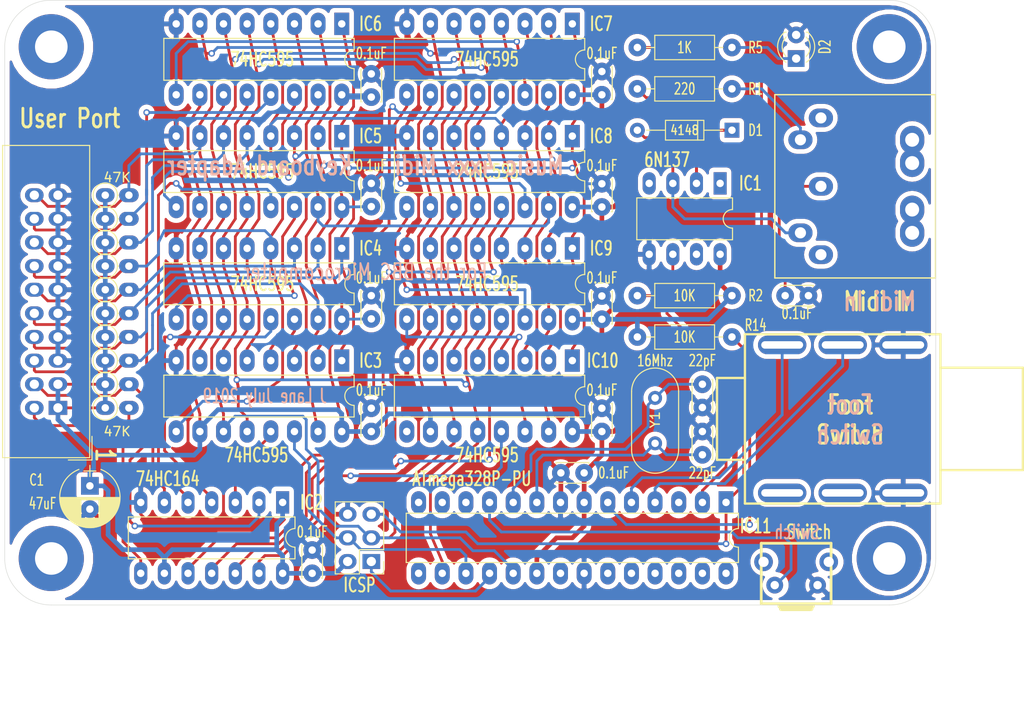
<source format=kicad_pcb>
(kicad_pcb (version 20171130) (host pcbnew 5.1.2-5.1.2)
  (layers (0 F.Cu signal) (31 B.Cu signal) (34 B.Paste user) (35 F.Paste user) (36 B.SilkS user) (37 F.SilkS user) (38 B.Mask user) (39 F.Mask user) (44 Edge.Cuts user))
  (net 0 "")
  (net 1 +5V)
  (net 2 GND)
  (net 3 "Net-(D1-Pad1)")
  (net 4 "Net-(D1-Pad2)")
  (net 5 "Net-(D2-Pad2)")
  (net 6 "Net-(IC1-Pad7)")
  (net 7 /PB3)
  (net 8 /PB4)
  (net 9 /PB2)
  (net 10 /PB5)
  (net 11 /PB1)
  (net 12 /PB6)
  (net 13 /PB0)
  (net 14 /PB7)
  (net 15 /CB1)
  (net 16 "Net-(J1-Pad4)")
  (net 17 /CB2)
  (net 18 "Net-(J1-Pad1)")
  (net 19 "Net-(J1-Pad3)")
  (net 20 "Net-(J3-Pad3)")
  (net 21 "Net-(C4-Pad1)")
  (net 22 "Net-(J3-Pad2)")
  (net 23 /OE0)
  (net 24 /OE7)
  (net 25 /OE6)
  (net 26 /OE5)
  (net 27 /OE4)
  (net 28 /OE3)
  (net 29 /OE2)
  (net 30 /OE1)
  (net 31 /SRlatch)
  (net 32 "Net-(IC3-Pad9)")
  (net 33 "Net-(IC4-Pad9)")
  (net 34 "Net-(IC5-Pad9)")
  (net 35 "Net-(IC6-Pad9)")
  (net 36 "Net-(IC7-Pad9)")
  (net 37 "Net-(IC8-Pad9)")
  (net 38 "Net-(IC10-Pad14)")
  (net 39 "Net-(IC10-Pad9)")
  (net 40 /FS1)
  (net 41 /FS2)
  (net 42 "Net-(IC11-Pad13)")
  (net 43 "Net-(IC11-Pad6)")
  (net 44 "Net-(C13-Pad2)")
  (net 45 "Net-(C14-Pad2)")
  (net 46 /RX)
  (net 47 /SCK)
  (net 48 /MOSI)
  (net 49 /A5)
  (net 50 /D8)
  (net 51 /A4)
  (net 52 /A3)
  (net 53 /A2)
  (net 54 /A1)
  (net 55 /A0)
  (net 56 "Net-(IC11-Pad21)")
  (net 57 /MISO)
  (net 58 /TX)
  (net 59 /D9)
  (net 60 /RST)
  (net 61 "Net-(IC11-Pad12)")
  (net 62 "Net-(IC11-Pad11)")
  (module musix5xxx-custom:CP_Radial_D6.3mm_P2.50mm (layer F.Cu) (at 9.144 52.197 270)
    (fp_text reference C1 (at -0.635 5.715 180) (layer F.SilkS) (effects (font (size 1.2 0.8))))
    (fp_text value 47uF (at 1.905 5.08 180) (layer F.SilkS) (effects (font (size 1.2 0.8))))
    (pad 1 thru_hole rect (at 0 0 270) (size 1.9 1.9) (drill 0.8) (layers *.Cu *.Mask) (net 1 +5V))
    (pad 2 thru_hole circle (at 2.5 0 270) (size 1.9 1.9) (drill 0.8) (layers *.Cu *.Mask) (net 2 GND))
  )
  (module musix5xxx-custom:Neutrik-NMJ6HF-S (layer F.Cu) (at 90 45 270)
    (fp_text reference J3 hide)
    (fp_text value Footswitch hide)
    (pad 4 thru_hole oval (at -7.95 -6.5 270) (size 2 5.2) (drill oval 0.8 4.5) (layers *.Cu *.Mask) (net 2 GND))
    (pad 1 thru_hole oval (at 7.95 -6.5 270) (size 2 5.2) (drill oval 0.8 4.5) (layers *.Cu *.Mask) (net 2 GND))
    (pad 6 thru_hole oval (at -7.95 6.5 270) (size 2 5.2) (drill oval 0.8 4.5) (layers *.Cu *.Mask) (net 40 /FS1))
    (pad 3 thru_hole oval (at 7.95 6.5 270) (size 2 5.2) (drill oval 0.8 4.5) (layers *.Cu *.Mask) (net 20 "Net-(J3-Pad3)"))
    (pad 5 thru_hole oval (at -7.95 0 270) (size 2 5.2) (drill oval 0.8 4.5) (layers *.Cu *.Mask) (net 41 /FS2))
    (pad 2 thru_hole oval (at 7.95 0 270) (size 2 5.2) (drill oval 0.8 4.5) (layers *.Cu *.Mask) (net 22 "Net-(J3-Pad2)"))
  )
  (module musix5xxx-custom2:din_5_pcb_mount (layer F.Cu) (at 92.71 20 270)
    (fp_text reference J1 hide)
    (fp_text value IN hide)
    (pad S1 thru_hole oval (at -5 -4.75 270) (size 3 2.6) (drill 1.5) (layers *.Cu *.Mask))
    (pad S1 thru_hole oval (at -2.5 -4.75 270) (size 3 2.6) (drill 1.5) (layers *.Cu *.Mask))
    (pad S1 thru_hole oval (at 2.5 -4.75 270) (size 3 2.6) (drill 1.5) (layers *.Cu *.Mask))
    (pad S1 thru_hole oval (at 5 -4.75 270) (size 3 2.6) (drill 1.5) (layers *.Cu *.Mask))
    (pad 2 thru_hole oval (at 0 5.05 270) (size 2 2.6) (drill 1.2) (layers *.Cu *.Mask) (net 21 "Net-(C4-Pad1)"))
    (pad 1 thru_hole oval (at -7.35 5.05 270) (size 2 2.6) (drill 1.2) (layers *.Cu *.Mask) (net 18 "Net-(J1-Pad1)"))
    (pad 3 thru_hole oval (at 7.35 5.05 270) (size 2 2.6) (drill 1.2) (layers *.Cu *.Mask) (net 19 "Net-(J1-Pad3)"))
    (pad 4 thru_hole oval (at -5 7.25 270) (size 2 2.6) (drill 1.2) (layers *.Cu *.Mask) (net 16 "Net-(J1-Pad4)"))
    (pad 5 thru_hole oval (at 5 7.25 270) (size 2 2.6) (drill 1.2) (layers *.Cu *.Mask) (net 4 "Net-(D1-Pad2)"))
  )
  (module musix5xxx-custom:C_Disc_D3.4mm_W2.1mm_P2.50mm (layer F.Cu) (at 62.23 50.8 180)
    (fp_text reference C3 hide)
    (fp_text value 0.1uF (at -3.175 0) (layer F.SilkS) (effects (font (size 1.2 0.8))))
    (pad 1 thru_hole circle (at 0 0 180) (size 1.9 1.9) (drill 0.8) (layers *.Cu *.Mask) (net 1 +5V))
    (pad 2 thru_hole circle (at 2.5 0 180) (size 1.9 1.9) (drill 0.8) (layers *.Cu *.Mask) (net 2 GND))
  )
  (module musix5xxx-custom:DIP-16_W7.62mm_LongPads (layer F.Cu) (at 36.195 2.54 270)
    (fp_text reference IC6 (at 0 -4.445 180) (layer F.SilkS) (effects (font (size 1.5 1) (thickness 0.2)) (justify right)))
    (fp_text value 74HC595 (at 3.81 12.065 180) (layer F.SilkS) (effects (font (size 1.5 1) (thickness 0.2)) (justify left)))
    (pad 1 thru_hole rect (at 0 0 270) (size 2.4 1.6) (drill 0.8) (layers *.Cu *.Mask) (net 11 /PB1))
    (pad 9 thru_hole oval (at 7.62 17.78 270) (size 2.4 1.6) (drill 0.8) (layers *.Cu *.Mask) (net 35 "Net-(IC6-Pad9)"))
    (pad 2 thru_hole oval (at 0 2.54 270) (size 2.4 1.6) (drill 0.8) (layers *.Cu *.Mask) (net 9 /PB2))
    (pad 10 thru_hole oval (at 7.62 15.24 270) (size 2.4 1.6) (drill 0.8) (layers *.Cu *.Mask) (net 1 +5V))
    (pad 3 thru_hole oval (at 0 5.08 270) (size 2.4 1.6) (drill 0.8) (layers *.Cu *.Mask) (net 7 /PB3))
    (pad 11 thru_hole oval (at 7.62 12.7 270) (size 2.4 1.6) (drill 0.8) (layers *.Cu *.Mask) (net 47 /SCK))
    (pad 4 thru_hole oval (at 0 7.62 270) (size 2.4 1.6) (drill 0.8) (layers *.Cu *.Mask) (net 8 /PB4))
    (pad 12 thru_hole oval (at 7.62 10.16 270) (size 2.4 1.6) (drill 0.8) (layers *.Cu *.Mask) (net 31 /SRlatch))
    (pad 5 thru_hole oval (at 0 10.16 270) (size 2.4 1.6) (drill 0.8) (layers *.Cu *.Mask) (net 10 /PB5))
    (pad 13 thru_hole oval (at 7.62 7.62 270) (size 2.4 1.6) (drill 0.8) (layers *.Cu *.Mask) (net 28 /OE3))
    (pad 6 thru_hole oval (at 0 12.7 270) (size 2.4 1.6) (drill 0.8) (layers *.Cu *.Mask) (net 12 /PB6))
    (pad 14 thru_hole oval (at 7.62 5.08 270) (size 2.4 1.6) (drill 0.8) (layers *.Cu *.Mask) (net 34 "Net-(IC5-Pad9)"))
    (pad 7 thru_hole oval (at 0 15.24 270) (size 2.4 1.6) (drill 0.8) (layers *.Cu *.Mask) (net 14 /PB7))
    (pad 15 thru_hole oval (at 7.62 2.54 270) (size 2.4 1.6) (drill 0.8) (layers *.Cu *.Mask) (net 13 /PB0))
    (pad 8 thru_hole oval (at 0 17.78 270) (size 2.4 1.6) (drill 0.8) (layers *.Cu *.Mask) (net 2 GND))
    (pad 16 thru_hole oval (at 7.62 0 270) (size 2.4 1.6) (drill 0.8) (layers *.Cu *.Mask) (net 1 +5V))
  )
  (module musix5xxx-custom:DIP-28_W7.62mm (layer F.Cu) (at 77.47 53.975 270)
    (fp_text reference IC11 (at 2.54 -3.175 180) (layer F.SilkS) (effects (font (size 1.5 1) (thickness 0.2))))
    (fp_text value ATmega328P-PU (at -2.54 27.305 180) (layer F.SilkS) (effects (font (size 1.5 1) (thickness 0.2))))
    (pad 28 thru_hole oval (at 7.62 0 270) (size 2.4 1.6) (drill 0.8) (layers *.Cu *.Mask) (net 49 /A5))
    (pad 14 thru_hole oval (at 0 33.02 270) (size 2.4 1.6) (drill 0.8) (layers *.Cu *.Mask) (net 50 /D8))
    (pad 27 thru_hole oval (at 7.62 2.54 270) (size 2.4 1.6) (drill 0.8) (layers *.Cu *.Mask) (net 51 /A4))
    (pad 13 thru_hole oval (at 0 30.48 270) (size 2.4 1.6) (drill 0.8) (layers *.Cu *.Mask) (net 42 "Net-(IC11-Pad13)"))
    (pad 26 thru_hole oval (at 7.62 5.08 270) (size 2.4 1.6) (drill 0.8) (layers *.Cu *.Mask) (net 52 /A3))
    (pad 12 thru_hole oval (at 0 27.94 270) (size 2.4 1.6) (drill 0.8) (layers *.Cu *.Mask) (net 61 "Net-(IC11-Pad12)"))
    (pad 25 thru_hole oval (at 7.62 7.62 270) (size 2.4 1.6) (drill 0.8) (layers *.Cu *.Mask) (net 53 /A2))
    (pad 11 thru_hole oval (at 0 25.4 270) (size 2.4 1.6) (drill 0.8) (layers *.Cu *.Mask) (net 62 "Net-(IC11-Pad11)"))
    (pad 24 thru_hole oval (at 7.62 10.16 270) (size 2.4 1.6) (drill 0.8) (layers *.Cu *.Mask) (net 54 /A1))
    (pad 10 thru_hole oval (at 0 22.86 270) (size 2.4 1.6) (drill 0.8) (layers *.Cu *.Mask) (net 45 "Net-(C14-Pad2)"))
    (pad 23 thru_hole oval (at 7.62 12.7 270) (size 2.4 1.6) (drill 0.8) (layers *.Cu *.Mask) (net 55 /A0))
    (pad 9 thru_hole oval (at 0 20.32 270) (size 2.4 1.6) (drill 0.8) (layers *.Cu *.Mask) (net 44 "Net-(C13-Pad2)"))
    (pad 22 thru_hole oval (at 7.62 15.24 270) (size 2.4 1.6) (drill 0.8) (layers *.Cu *.Mask) (net 2 GND))
    (pad 8 thru_hole oval (at 0 17.78 270) (size 2.4 1.6) (drill 0.8) (layers *.Cu *.Mask) (net 2 GND))
    (pad 21 thru_hole oval (at 7.62 17.78 270) (size 2.4 1.6) (drill 0.8) (layers *.Cu *.Mask) (net 56 "Net-(IC11-Pad21)"))
    (pad 7 thru_hole oval (at 0 15.24 270) (size 2.4 1.6) (drill 0.8) (layers *.Cu *.Mask) (net 1 +5V))
    (pad 20 thru_hole oval (at 7.62 20.32 270) (size 2.4 1.6) (drill 0.8) (layers *.Cu *.Mask) (net 1 +5V))
    (pad 6 thru_hole oval (at 0 12.7 270) (size 2.4 1.6) (drill 0.8) (layers *.Cu *.Mask) (net 43 "Net-(IC11-Pad6)"))
    (pad 19 thru_hole oval (at 7.62 22.86 270) (size 2.4 1.6) (drill 0.8) (layers *.Cu *.Mask) (net 47 /SCK))
    (pad 5 thru_hole oval (at 0 10.16 270) (size 2.4 1.6) (drill 0.8) (layers *.Cu *.Mask) (net 40 /FS1))
    (pad 18 thru_hole oval (at 7.62 25.4 270) (size 2.4 1.6) (drill 0.8) (layers *.Cu *.Mask) (net 57 /MISO))
    (pad 4 thru_hole oval (at 0 7.62 270) (size 2.4 1.6) (drill 0.8) (layers *.Cu *.Mask) (net 41 /FS2))
    (pad 17 thru_hole oval (at 7.62 27.94 270) (size 2.4 1.6) (drill 0.8) (layers *.Cu *.Mask) (net 48 /MOSI))
    (pad 3 thru_hole oval (at 0 5.08 270) (size 2.4 1.6) (drill 0.8) (layers *.Cu *.Mask) (net 58 /TX))
    (pad 16 thru_hole oval (at 7.62 30.48 270) (size 2.4 1.6) (drill 0.8) (layers *.Cu *.Mask) (net 31 /SRlatch))
    (pad 2 thru_hole oval (at 0 2.54 270) (size 2.4 1.6) (drill 0.8) (layers *.Cu *.Mask) (net 46 /RX))
    (pad 15 thru_hole oval (at 7.62 33.02 270) (size 2.4 1.6) (drill 0.8) (layers *.Cu *.Mask) (net 59 /D9))
    (pad 1 thru_hole rect (at 0 0 270) (size 2.4 1.6) (drill 0.8) (layers *.Cu *.Mask) (net 60 /RST))
  )
  (module musix5xxx-custom:R_Axial_DIN0207_L6.3mm_D2.5mm_P10.16mm_Horizontal (layer F.Cu) (at 78.105 36.195 180)
    (fp_text reference R14 (at -2.54 1.27 180) (layer F.SilkS) (effects (font (size 1.2 0.8))))
    (fp_text value 10K (at 5.08 0) (layer F.SilkS) (effects (font (size 1.2 0.8))))
    (pad 1 thru_hole circle (at 0 0 180) (size 1.9 1.9) (drill 0.8) (layers *.Cu *.Mask) (net 60 /RST))
    (pad 2 thru_hole circle (at 10.16 0 180) (size 1.9 1.9) (drill 0.8) (layers *.Cu *.Mask) (net 1 +5V))
  )
  (module Pin_Headers:Pin_Header_Straight_2x03_Pitch2.54mm (layer F.Cu) (at 39.37 60.325 180)
    (fp_text reference P1 hide)
    (fp_text value ICSP (at 1.27 -2.54 180) (layer F.SilkS) (effects (font (size 1.5 1) (thickness 0.2))))
    (pad 6 thru_hole oval (at 2.54 5.08 180) (size 1.9 1.6) (drill 1) (layers *.Cu *.Mask) (net 2 GND))
    (pad 5 thru_hole oval (at 0 5.08 180) (size 1.9 1.6) (drill 1) (layers *.Cu *.Mask) (net 60 /RST))
    (pad 4 thru_hole oval (at 2.54 2.54 180) (size 1.9 1.6) (drill 1) (layers *.Cu *.Mask) (net 48 /MOSI))
    (pad 3 thru_hole oval (at 0 2.54 180) (size 1.9 1.6) (drill 1) (layers *.Cu *.Mask) (net 47 /SCK))
    (pad 2 thru_hole oval (at 2.54 0 180) (size 1.9 1.6) (drill 1) (layers *.Cu *.Mask) (net 1 +5V))
    (pad 1 thru_hole rect (at 0 0 180) (size 1.9 1.6) (drill 1) (layers *.Cu *.Mask) (net 57 /MISO))
  )
  (module musix5xxx-custom:VerticalTactSwitch (layer F.Cu) (at 85 62.865 180)
    (fp_text reference SW1 hide)
    (fp_text value Panic)
    (pad 1 thru_hole circle (at -2.3 0 180) (size 1.8 1.8) (drill 0.9) (layers *.Cu *.Mask) (net 2 GND))
    (pad 2 thru_hole circle (at 2.3 0 180) (size 1.8 1.8) (drill 0.9) (layers *.Cu *.Mask) (net 62 "Net-(IC11-Pad11)"))
    (pad "" np_thru_hole circle (at 3.5 2.5 180) (size 2 2) (drill 1.1) (layers *.Cu *.Mask))
    (pad "" np_thru_hole circle (at -3.5 2.5 180) (size 2 2) (drill 1.1) (layers *.Cu *.Mask))
  )
  (module Crystals:Crystal_HC49-U_Vertical (layer F.Cu) (at 69.85 47.625 90)
    (fp_text reference Y1 (at 2.54 0 90) (layer F.SilkS))
    (fp_text value 16Mhz (at 8.89 0 180) (layer F.SilkS) (effects (font (size 1.2 0.8))))
    (pad 2 thru_hole circle (at 4.88 0 90) (size 1.5 1.5) (drill 0.8) (layers *.Cu *.Mask) (net 45 "Net-(C14-Pad2)"))
    (pad 1 thru_hole circle (at 0 0 90) (size 1.5 1.5) (drill 0.8) (layers *.Cu *.Mask) (net 44 "Net-(C13-Pad2)"))
  )
  (module musix5xxx-custom:R_Axial_DIN0207_L6.3mm_D2.5mm_P10.16mm_Horizontal (layer F.Cu) (at 67.945 31.75)
    (fp_text reference R2 (at 12.7 0 180) (layer F.SilkS) (effects (font (size 1.2 0.8))))
    (fp_text value 10K (at 5.08 0) (layer F.SilkS) (effects (font (size 1.2 0.8))))
    (pad 1 thru_hole circle (at 0 0) (size 1.9 1.9) (drill 0.8) (layers *.Cu *.Mask) (net 46 /RX))
    (pad 2 thru_hole circle (at 10.16 0) (size 1.9 1.9) (drill 0.8) (layers *.Cu *.Mask) (net 1 +5V))
  )
  (module musix5xxx-custom:C_Disc_D3.4mm_W2.1mm_P2.50mm (layer F.Cu) (at 74.93 43.775 90)
    (fp_text reference C14 hide)
    (fp_text value 22pF (at 5.04 0 180) (layer F.SilkS) (effects (font (size 1.2 0.8))))
    (pad 1 thru_hole circle (at 0 0 90) (size 1.9 1.9) (drill 0.8) (layers *.Cu *.Mask) (net 2 GND))
    (pad 2 thru_hole circle (at 2.5 0 90) (size 1.9 1.9) (drill 0.8) (layers *.Cu *.Mask) (net 45 "Net-(C14-Pad2)"))
  )
  (module musix5xxx-custom:C_Disc_D3.4mm_W2.1mm_P2.50mm (layer F.Cu) (at 74.93 46.355 270)
    (fp_text reference C13 hide)
    (fp_text value 22pF (at 4.445 0 180) (layer F.SilkS) (effects (font (size 1.2 0.8))))
    (pad 1 thru_hole circle (at 0 0 270) (size 1.9 1.9) (drill 0.8) (layers *.Cu *.Mask) (net 2 GND))
    (pad 2 thru_hole circle (at 2.5 0 270) (size 1.9 1.9) (drill 0.8) (layers *.Cu *.Mask) (net 44 "Net-(C13-Pad2)"))
  )
  (module musix5xxx-custom:LED_D3.0mm (layer F.Cu) (at 85 5 270)
    (fp_text reference D2 (at 0.01 -3.09 90) (layer F.SilkS) (effects (font (size 1.2 0.8))))
    (fp_text value LED hide)
    (pad 1 thru_hole circle (at -1.27 0 270) (size 1.8 1.8) (drill 0.9) (layers *.Cu *.Mask) (net 2 GND))
    (pad 2 thru_hole rect (at 1.27 0 270) (size 1.8 1.8) (drill 0.9) (layers *.Cu *.Mask) (net 5 "Net-(D2-Pad2)"))
  )
  (module musix5xxx-custom:IDC-Header_2x10_Pitch2.54mm_Straight (layer F.Cu) (at 4.445 32.385 180)
    (fp_text reference J2 hide)
    (fp_text value "User Port")
    (pad 1 thru_hole rect (at -1.27 -11.43 180) (size 2 1.5) (drill 1) (layers *.Cu *.Mask) (net 1 +5V))
    (pad 2 thru_hole oval (at 1.27 -11.43 180) (size 2 1.5) (drill 1) (layers *.Cu *.Mask) (net 15 /CB1))
    (pad 3 thru_hole oval (at -1.27 -8.89 180) (size 2 1.5) (drill 1) (layers *.Cu *.Mask) (net 1 +5V))
    (pad 4 thru_hole oval (at 1.27 -8.89 180) (size 2 1.5) (drill 1) (layers *.Cu *.Mask) (net 17 /CB2))
    (pad 5 thru_hole oval (at -1.27 -6.35 180) (size 2 1.5) (drill 1) (layers *.Cu *.Mask) (net 2 GND))
    (pad 6 thru_hole oval (at 1.27 -6.35 180) (size 2 1.5) (drill 1) (layers *.Cu *.Mask) (net 13 /PB0))
    (pad 7 thru_hole oval (at -1.27 -3.81 180) (size 2 1.5) (drill 1) (layers *.Cu *.Mask) (net 2 GND))
    (pad 8 thru_hole oval (at 1.27 -3.81 180) (size 2 1.5) (drill 1) (layers *.Cu *.Mask) (net 11 /PB1))
    (pad 9 thru_hole oval (at -1.27 -1.27 180) (size 2 1.5) (drill 1) (layers *.Cu *.Mask) (net 2 GND))
    (pad 10 thru_hole oval (at 1.27 -1.27 180) (size 2 1.5) (drill 1) (layers *.Cu *.Mask) (net 9 /PB2))
    (pad 11 thru_hole oval (at -1.27 1.27 180) (size 2 1.5) (drill 1) (layers *.Cu *.Mask) (net 2 GND))
    (pad 12 thru_hole oval (at 1.27 1.27 180) (size 2 1.5) (drill 1) (layers *.Cu *.Mask) (net 7 /PB3))
    (pad 13 thru_hole oval (at -1.27 3.81 180) (size 2 1.5) (drill 1) (layers *.Cu *.Mask) (net 2 GND))
    (pad 14 thru_hole oval (at 1.27 3.81 180) (size 2 1.5) (drill 1) (layers *.Cu *.Mask) (net 8 /PB4))
    (pad 15 thru_hole oval (at -1.27 6.35 180) (size 2 1.5) (drill 1) (layers *.Cu *.Mask) (net 2 GND))
    (pad 16 thru_hole oval (at 1.27 6.35 180) (size 2 1.5) (drill 1) (layers *.Cu *.Mask) (net 10 /PB5))
    (pad 17 thru_hole oval (at -1.27 8.89 180) (size 2 1.5) (drill 1) (layers *.Cu *.Mask) (net 2 GND))
    (pad 18 thru_hole oval (at 1.27 8.89 180) (size 2 1.5) (drill 1) (layers *.Cu *.Mask) (net 12 /PB6))
    (pad 19 thru_hole oval (at -1.27 11.43 180) (size 2 1.5) (drill 1) (layers *.Cu *.Mask) (net 2 GND))
    (pad 20 thru_hole oval (at 1.27 11.43 180) (size 2 1.5) (drill 1) (layers *.Cu *.Mask) (net 14 /PB7))
  )
  (module musix5xxx-custom:DIP-16_W7.62mm_LongPads (layer F.Cu) (at 60.96 2.54 270)
    (fp_text reference IC7 (at 0 -4.445 180) (layer F.SilkS) (effects (font (size 1.5 1) (thickness 0.2)) (justify right)))
    (fp_text value 74HC595 (at 3.81 12.7 180) (layer F.SilkS) (effects (font (size 1.5 1) (thickness 0.2)) (justify left)))
    (pad 1 thru_hole rect (at 0 0 270) (size 2.4 1.6) (drill 0.8) (layers *.Cu *.Mask) (net 11 /PB1))
    (pad 9 thru_hole oval (at 7.62 17.78 270) (size 2.4 1.6) (drill 0.8) (layers *.Cu *.Mask) (net 36 "Net-(IC7-Pad9)"))
    (pad 2 thru_hole oval (at 0 2.54 270) (size 2.4 1.6) (drill 0.8) (layers *.Cu *.Mask) (net 9 /PB2))
    (pad 10 thru_hole oval (at 7.62 15.24 270) (size 2.4 1.6) (drill 0.8) (layers *.Cu *.Mask) (net 1 +5V))
    (pad 3 thru_hole oval (at 0 5.08 270) (size 2.4 1.6) (drill 0.8) (layers *.Cu *.Mask) (net 7 /PB3))
    (pad 11 thru_hole oval (at 7.62 12.7 270) (size 2.4 1.6) (drill 0.8) (layers *.Cu *.Mask) (net 47 /SCK))
    (pad 4 thru_hole oval (at 0 7.62 270) (size 2.4 1.6) (drill 0.8) (layers *.Cu *.Mask) (net 8 /PB4))
    (pad 12 thru_hole oval (at 7.62 10.16 270) (size 2.4 1.6) (drill 0.8) (layers *.Cu *.Mask) (net 31 /SRlatch))
    (pad 5 thru_hole oval (at 0 10.16 270) (size 2.4 1.6) (drill 0.8) (layers *.Cu *.Mask) (net 10 /PB5))
    (pad 13 thru_hole oval (at 7.62 7.62 270) (size 2.4 1.6) (drill 0.8) (layers *.Cu *.Mask) (net 27 /OE4))
    (pad 6 thru_hole oval (at 0 12.7 270) (size 2.4 1.6) (drill 0.8) (layers *.Cu *.Mask) (net 12 /PB6))
    (pad 14 thru_hole oval (at 7.62 5.08 270) (size 2.4 1.6) (drill 0.8) (layers *.Cu *.Mask) (net 35 "Net-(IC6-Pad9)"))
    (pad 7 thru_hole oval (at 0 15.24 270) (size 2.4 1.6) (drill 0.8) (layers *.Cu *.Mask) (net 14 /PB7))
    (pad 15 thru_hole oval (at 7.62 2.54 270) (size 2.4 1.6) (drill 0.8) (layers *.Cu *.Mask) (net 13 /PB0))
    (pad 8 thru_hole oval (at 0 17.78 270) (size 2.4 1.6) (drill 0.8) (layers *.Cu *.Mask) (net 2 GND))
    (pad 16 thru_hole oval (at 7.62 0 270) (size 2.4 1.6) (drill 0.8) (layers *.Cu *.Mask) (net 1 +5V))
  )
  (module musix5xxx-custom:R_Axial_DIN0207_L6.3mm_D2.5mm_P2.54mm_Vertical (layer F.Cu) (at 10.795 20.955)
    (fp_text reference R13 hide)
    (fp_text value 47K (at 1.27 -1.905 180) (layer F.SilkS))
    (pad 1 thru_hole oval (at 0 0) (size 2 1.5) (drill 0.8) (layers *.Cu *.Mask) (net 1 +5V))
    (pad 2 thru_hole oval (at 2.54 0) (size 2.1 1.5) (drill 0.8) (layers *.Cu *.Mask) (net 14 /PB7))
  )
  (module musix5xxx-custom:R_Axial_DIN0207_L6.3mm_D2.5mm_P2.54mm_Vertical (layer F.Cu) (at 10.795 23.495)
    (fp_text reference R12 hide)
    (fp_text value 47K)
    (pad 1 thru_hole oval (at 0 0) (size 2 1.5) (drill 0.8) (layers *.Cu *.Mask) (net 1 +5V))
    (pad 2 thru_hole oval (at 2.54 0) (size 2.1 1.5) (drill 0.8) (layers *.Cu *.Mask) (net 12 /PB6))
  )
  (module musix5xxx-custom:R_Axial_DIN0207_L6.3mm_D2.5mm_P2.54mm_Vertical (layer F.Cu) (at 10.795 26.035)
    (fp_text reference R11 hide)
    (fp_text value 47K)
    (pad 1 thru_hole oval (at 0 0) (size 2 1.5) (drill 0.8) (layers *.Cu *.Mask) (net 1 +5V))
    (pad 2 thru_hole oval (at 2.54 0) (size 2.1 1.5) (drill 0.8) (layers *.Cu *.Mask) (net 10 /PB5))
  )
  (module musix5xxx-custom:R_Axial_DIN0207_L6.3mm_D2.5mm_P2.54mm_Vertical (layer F.Cu) (at 10.795 28.575)
    (fp_text reference R10 hide)
    (fp_text value 47K)
    (pad 1 thru_hole oval (at 0 0) (size 2 1.5) (drill 0.8) (layers *.Cu *.Mask) (net 1 +5V))
    (pad 2 thru_hole oval (at 2.54 0) (size 2.1 1.5) (drill 0.8) (layers *.Cu *.Mask) (net 8 /PB4))
  )
  (module musix5xxx-custom:R_Axial_DIN0207_L6.3mm_D2.5mm_P2.54mm_Vertical (layer F.Cu) (at 10.795 31.115)
    (fp_text reference R9 hide)
    (fp_text value 47K)
    (pad 1 thru_hole oval (at 0 0) (size 2 1.5) (drill 0.8) (layers *.Cu *.Mask) (net 1 +5V))
    (pad 2 thru_hole oval (at 2.54 0) (size 2.1 1.5) (drill 0.8) (layers *.Cu *.Mask) (net 7 /PB3))
  )
  (module musix5xxx-custom:R_Axial_DIN0207_L6.3mm_D2.5mm_P2.54mm_Vertical (layer F.Cu) (at 10.795 33.655)
    (fp_text reference R8 hide)
    (fp_text value 47K)
    (pad 1 thru_hole oval (at 0 0) (size 2 1.5) (drill 0.8) (layers *.Cu *.Mask) (net 1 +5V))
    (pad 2 thru_hole oval (at 2.54 0) (size 2.1 1.5) (drill 0.8) (layers *.Cu *.Mask) (net 9 /PB2))
  )
  (module musix5xxx-custom:R_Axial_DIN0207_L6.3mm_D2.5mm_P2.54mm_Vertical (layer F.Cu) (at 10.795 36.195)
    (fp_text reference R7 hide)
    (fp_text value 47K)
    (pad 1 thru_hole oval (at 0 0) (size 2 1.5) (drill 0.8) (layers *.Cu *.Mask) (net 1 +5V))
    (pad 2 thru_hole oval (at 2.54 0) (size 2.1 1.5) (drill 0.8) (layers *.Cu *.Mask) (net 11 /PB1))
  )
  (module musix5xxx-custom:R_Axial_DIN0207_L6.3mm_D2.5mm_P2.54mm_Vertical (layer F.Cu) (at 10.795 38.735)
    (fp_text reference R6 hide)
    (fp_text value 47K)
    (pad 1 thru_hole oval (at 0 0) (size 2 1.5) (drill 0.8) (layers *.Cu *.Mask) (net 1 +5V))
    (pad 2 thru_hole oval (at 2.54 0) (size 2.1 1.5) (drill 0.8) (layers *.Cu *.Mask) (net 13 /PB0))
  )
  (module musix5xxx-custom:R_Axial_DIN0207_L6.3mm_D2.5mm_P2.54mm_Vertical (layer F.Cu) (at 10.795 41.275)
    (fp_text reference R4 hide)
    (fp_text value 47K)
    (pad 1 thru_hole oval (at 0 0) (size 2 1.5) (drill 0.8) (layers *.Cu *.Mask) (net 1 +5V))
    (pad 2 thru_hole oval (at 2.54 0) (size 2.1 1.5) (drill 0.8) (layers *.Cu *.Mask) (net 17 /CB2))
  )
  (module musix5xxx-custom:R_Axial_DIN0207_L6.3mm_D2.5mm_P2.54mm_Vertical (layer F.Cu) (at 10.795 43.815)
    (fp_text reference R3 hide)
    (fp_text value 47K (at 1.27 2.54 180) (layer F.SilkS))
    (pad 1 thru_hole oval (at 0 0) (size 2 1.5) (drill 0.8) (layers *.Cu *.Mask) (net 1 +5V))
    (pad 2 thru_hole oval (at 2.54 0) (size 2.1 1.5) (drill 0.8) (layers *.Cu *.Mask) (net 15 /CB1))
  )
  (module musix5xxx-custom:DIP-14_W7.62mm_LongPads (layer F.Cu) (at 29.845 53.975 270)
    (fp_text reference IC2 (at 0 -4.445 180) (layer F.SilkS) (effects (font (size 1.5 1) (thickness 0.2)) (justify right)))
    (fp_text value 74HC164 (at -2.54 15.875 180) (layer F.SilkS) (effects (font (size 1.5 1) (thickness 0.2)) (justify left)))
    (pad 14 thru_hole oval (at 7.62 0 270) (size 2.4 1.4) (drill 0.8) (layers *.Cu *.Mask) (net 1 +5V))
    (pad 7 thru_hole oval (at 0 15.24 270) (size 2.4 1.4) (drill 0.8) (layers *.Cu *.Mask) (net 2 GND))
    (pad 13 thru_hole oval (at 7.62 2.54 270) (size 2.4 1.4) (drill 0.8) (layers *.Cu *.Mask) (net 24 /OE7))
    (pad 6 thru_hole oval (at 0 12.7 270) (size 2.4 1.4) (drill 0.8) (layers *.Cu *.Mask) (net 28 /OE3))
    (pad 12 thru_hole oval (at 7.62 5.08 270) (size 2.4 1.4) (drill 0.8) (layers *.Cu *.Mask) (net 25 /OE6))
    (pad 5 thru_hole oval (at 0 10.16 270) (size 2.4 1.4) (drill 0.8) (layers *.Cu *.Mask) (net 29 /OE2))
    (pad 11 thru_hole oval (at 7.62 7.62 270) (size 2.4 1.4) (drill 0.8) (layers *.Cu *.Mask) (net 26 /OE5))
    (pad 4 thru_hole oval (at 0 7.62 270) (size 2.4 1.4) (drill 0.8) (layers *.Cu *.Mask) (net 30 /OE1))
    (pad 10 thru_hole oval (at 7.62 10.16 270) (size 2.4 1.4) (drill 0.8) (layers *.Cu *.Mask) (net 27 /OE4))
    (pad 3 thru_hole oval (at 0 5.08 270) (size 2.4 1.4) (drill 0.8) (layers *.Cu *.Mask) (net 23 /OE0))
    (pad 9 thru_hole oval (at 7.62 12.7 270) (size 2.4 1.4) (drill 0.8) (layers *.Cu *.Mask) (net 1 +5V))
    (pad 2 thru_hole oval (at 0 2.54 270) (size 2.4 1.4) (drill 0.8) (layers *.Cu *.Mask) (net 17 /CB2))
    (pad 8 thru_hole oval (at 7.62 15.24 270) (size 2.4 1.4) (drill 0.8) (layers *.Cu *.Mask) (net 15 /CB1))
    (pad 1 thru_hole rect (at 0 0 270) (size 2.4 1.4) (drill 0.8) (layers *.Cu *.Mask) (net 1 +5V))
  )
  (module musix5xxx-custom:DIP-16_W7.62mm_LongPads (layer F.Cu) (at 60.96 14.605 270)
    (fp_text reference IC8 (at 0 -4.445 180) (layer F.SilkS) (effects (font (size 1.5 1) (thickness 0.2)) (justify right)))
    (fp_text value 74HC595 (at 3.81 12.7 180) (layer F.SilkS) (effects (font (size 1.5 1) (thickness 0.2)) (justify left)))
    (pad 1 thru_hole rect (at 0 0 270) (size 2.4 1.6) (drill 0.8) (layers *.Cu *.Mask) (net 11 /PB1))
    (pad 9 thru_hole oval (at 7.62 17.78 270) (size 2.4 1.6) (drill 0.8) (layers *.Cu *.Mask) (net 37 "Net-(IC8-Pad9)"))
    (pad 2 thru_hole oval (at 0 2.54 270) (size 2.4 1.6) (drill 0.8) (layers *.Cu *.Mask) (net 9 /PB2))
    (pad 10 thru_hole oval (at 7.62 15.24 270) (size 2.4 1.6) (drill 0.8) (layers *.Cu *.Mask) (net 1 +5V))
    (pad 3 thru_hole oval (at 0 5.08 270) (size 2.4 1.6) (drill 0.8) (layers *.Cu *.Mask) (net 7 /PB3))
    (pad 11 thru_hole oval (at 7.62 12.7 270) (size 2.4 1.6) (drill 0.8) (layers *.Cu *.Mask) (net 47 /SCK))
    (pad 4 thru_hole oval (at 0 7.62 270) (size 2.4 1.6) (drill 0.8) (layers *.Cu *.Mask) (net 8 /PB4))
    (pad 12 thru_hole oval (at 7.62 10.16 270) (size 2.4 1.6) (drill 0.8) (layers *.Cu *.Mask) (net 31 /SRlatch))
    (pad 5 thru_hole oval (at 0 10.16 270) (size 2.4 1.6) (drill 0.8) (layers *.Cu *.Mask) (net 10 /PB5))
    (pad 13 thru_hole oval (at 7.62 7.62 270) (size 2.4 1.6) (drill 0.8) (layers *.Cu *.Mask) (net 26 /OE5))
    (pad 6 thru_hole oval (at 0 12.7 270) (size 2.4 1.6) (drill 0.8) (layers *.Cu *.Mask) (net 12 /PB6))
    (pad 14 thru_hole oval (at 7.62 5.08 270) (size 2.4 1.6) (drill 0.8) (layers *.Cu *.Mask) (net 36 "Net-(IC7-Pad9)"))
    (pad 7 thru_hole oval (at 0 15.24 270) (size 2.4 1.6) (drill 0.8) (layers *.Cu *.Mask) (net 14 /PB7))
    (pad 15 thru_hole oval (at 7.62 2.54 270) (size 2.4 1.6) (drill 0.8) (layers *.Cu *.Mask) (net 13 /PB0))
    (pad 8 thru_hole oval (at 0 17.78 270) (size 2.4 1.6) (drill 0.8) (layers *.Cu *.Mask) (net 2 GND))
    (pad 16 thru_hole oval (at 7.62 0 270) (size 2.4 1.6) (drill 0.8) (layers *.Cu *.Mask) (net 1 +5V))
  )
  (module musix5xxx-custom:DIP-16_W7.62mm_LongPads (layer F.Cu) (at 60.96 38.735 270)
    (fp_text reference IC10 (at 0 -5.08 180) (layer F.SilkS) (effects (font (size 1.5 1) (thickness 0.2)) (justify right)))
    (fp_text value 74HC595 (at 10.16 12.7 180) (layer F.SilkS) (effects (font (size 1.5 1) (thickness 0.2)) (justify left)))
    (pad 1 thru_hole rect (at 0 0 270) (size 2.4 1.6) (drill 0.8) (layers *.Cu *.Mask) (net 11 /PB1))
    (pad 9 thru_hole oval (at 7.62 17.78 270) (size 2.4 1.6) (drill 0.8) (layers *.Cu *.Mask) (net 39 "Net-(IC10-Pad9)"))
    (pad 2 thru_hole oval (at 0 2.54 270) (size 2.4 1.6) (drill 0.8) (layers *.Cu *.Mask) (net 9 /PB2))
    (pad 10 thru_hole oval (at 7.62 15.24 270) (size 2.4 1.6) (drill 0.8) (layers *.Cu *.Mask) (net 1 +5V))
    (pad 3 thru_hole oval (at 0 5.08 270) (size 2.4 1.6) (drill 0.8) (layers *.Cu *.Mask) (net 7 /PB3))
    (pad 11 thru_hole oval (at 7.62 12.7 270) (size 2.4 1.6) (drill 0.8) (layers *.Cu *.Mask) (net 47 /SCK))
    (pad 4 thru_hole oval (at 0 7.62 270) (size 2.4 1.6) (drill 0.8) (layers *.Cu *.Mask) (net 8 /PB4))
    (pad 12 thru_hole oval (at 7.62 10.16 270) (size 2.4 1.6) (drill 0.8) (layers *.Cu *.Mask) (net 31 /SRlatch))
    (pad 5 thru_hole oval (at 0 10.16 270) (size 2.4 1.6) (drill 0.8) (layers *.Cu *.Mask) (net 10 /PB5))
    (pad 13 thru_hole oval (at 7.62 7.62 270) (size 2.4 1.6) (drill 0.8) (layers *.Cu *.Mask) (net 24 /OE7))
    (pad 6 thru_hole oval (at 0 12.7 270) (size 2.4 1.6) (drill 0.8) (layers *.Cu *.Mask) (net 12 /PB6))
    (pad 14 thru_hole oval (at 7.62 5.08 270) (size 2.4 1.6) (drill 0.8) (layers *.Cu *.Mask) (net 38 "Net-(IC10-Pad14)"))
    (pad 7 thru_hole oval (at 0 15.24 270) (size 2.4 1.6) (drill 0.8) (layers *.Cu *.Mask) (net 14 /PB7))
    (pad 15 thru_hole oval (at 7.62 2.54 270) (size 2.4 1.6) (drill 0.8) (layers *.Cu *.Mask) (net 13 /PB0))
    (pad 8 thru_hole oval (at 0 17.78 270) (size 2.4 1.6) (drill 0.8) (layers *.Cu *.Mask) (net 2 GND))
    (pad 16 thru_hole oval (at 7.62 0 270) (size 2.4 1.6) (drill 0.8) (layers *.Cu *.Mask) (net 1 +5V))
  )
  (module musix5xxx-custom:DIP-16_W7.62mm_LongPads (layer F.Cu) (at 60.96 26.67 270)
    (fp_text reference IC9 (at 0 -4.445 180) (layer F.SilkS) (effects (font (size 1.5 1) (thickness 0.2)) (justify right)))
    (fp_text value 74HC595 (at 3.81 12.7 180) (layer F.SilkS) (effects (font (size 1.5 1) (thickness 0.2)) (justify left)))
    (pad 1 thru_hole rect (at 0 0 270) (size 2.4 1.6) (drill 0.8) (layers *.Cu *.Mask) (net 11 /PB1))
    (pad 9 thru_hole oval (at 7.62 17.78 270) (size 2.4 1.6) (drill 0.8) (layers *.Cu *.Mask) (net 38 "Net-(IC10-Pad14)"))
    (pad 2 thru_hole oval (at 0 2.54 270) (size 2.4 1.6) (drill 0.8) (layers *.Cu *.Mask) (net 9 /PB2))
    (pad 10 thru_hole oval (at 7.62 15.24 270) (size 2.4 1.6) (drill 0.8) (layers *.Cu *.Mask) (net 1 +5V))
    (pad 3 thru_hole oval (at 0 5.08 270) (size 2.4 1.6) (drill 0.8) (layers *.Cu *.Mask) (net 7 /PB3))
    (pad 11 thru_hole oval (at 7.62 12.7 270) (size 2.4 1.6) (drill 0.8) (layers *.Cu *.Mask) (net 47 /SCK))
    (pad 4 thru_hole oval (at 0 7.62 270) (size 2.4 1.6) (drill 0.8) (layers *.Cu *.Mask) (net 8 /PB4))
    (pad 12 thru_hole oval (at 7.62 10.16 270) (size 2.4 1.6) (drill 0.8) (layers *.Cu *.Mask) (net 31 /SRlatch))
    (pad 5 thru_hole oval (at 0 10.16 270) (size 2.4 1.6) (drill 0.8) (layers *.Cu *.Mask) (net 10 /PB5))
    (pad 13 thru_hole oval (at 7.62 7.62 270) (size 2.4 1.6) (drill 0.8) (layers *.Cu *.Mask) (net 25 /OE6))
    (pad 6 thru_hole oval (at 0 12.7 270) (size 2.4 1.6) (drill 0.8) (layers *.Cu *.Mask) (net 12 /PB6))
    (pad 14 thru_hole oval (at 7.62 5.08 270) (size 2.4 1.6) (drill 0.8) (layers *.Cu *.Mask) (net 37 "Net-(IC8-Pad9)"))
    (pad 7 thru_hole oval (at 0 15.24 270) (size 2.4 1.6) (drill 0.8) (layers *.Cu *.Mask) (net 14 /PB7))
    (pad 15 thru_hole oval (at 7.62 2.54 270) (size 2.4 1.6) (drill 0.8) (layers *.Cu *.Mask) (net 13 /PB0))
    (pad 8 thru_hole oval (at 0 17.78 270) (size 2.4 1.6) (drill 0.8) (layers *.Cu *.Mask) (net 2 GND))
    (pad 16 thru_hole oval (at 7.62 0 270) (size 2.4 1.6) (drill 0.8) (layers *.Cu *.Mask) (net 1 +5V))
  )
  (module musix5xxx-custom:DIP-16_W7.62mm_LongPads (layer F.Cu) (at 36.195 14.605 270)
    (fp_text reference IC5 (at 0 -4.445 180) (layer F.SilkS) (effects (font (size 1.5 1) (thickness 0.2)) (justify right)))
    (fp_text value 74HC595 (at 3.81 12.065 180) (layer F.SilkS) (effects (font (size 1.5 1) (thickness 0.2)) (justify left)))
    (pad 1 thru_hole rect (at 0 0 270) (size 2.4 1.6) (drill 0.8) (layers *.Cu *.Mask) (net 11 /PB1))
    (pad 9 thru_hole oval (at 7.62 17.78 270) (size 2.4 1.6) (drill 0.8) (layers *.Cu *.Mask) (net 34 "Net-(IC5-Pad9)"))
    (pad 2 thru_hole oval (at 0 2.54 270) (size 2.4 1.6) (drill 0.8) (layers *.Cu *.Mask) (net 9 /PB2))
    (pad 10 thru_hole oval (at 7.62 15.24 270) (size 2.4 1.6) (drill 0.8) (layers *.Cu *.Mask) (net 1 +5V))
    (pad 3 thru_hole oval (at 0 5.08 270) (size 2.4 1.6) (drill 0.8) (layers *.Cu *.Mask) (net 7 /PB3))
    (pad 11 thru_hole oval (at 7.62 12.7 270) (size 2.4 1.6) (drill 0.8) (layers *.Cu *.Mask) (net 47 /SCK))
    (pad 4 thru_hole oval (at 0 7.62 270) (size 2.4 1.6) (drill 0.8) (layers *.Cu *.Mask) (net 8 /PB4))
    (pad 12 thru_hole oval (at 7.62 10.16 270) (size 2.4 1.6) (drill 0.8) (layers *.Cu *.Mask) (net 31 /SRlatch))
    (pad 5 thru_hole oval (at 0 10.16 270) (size 2.4 1.6) (drill 0.8) (layers *.Cu *.Mask) (net 10 /PB5))
    (pad 13 thru_hole oval (at 7.62 7.62 270) (size 2.4 1.6) (drill 0.8) (layers *.Cu *.Mask) (net 29 /OE2))
    (pad 6 thru_hole oval (at 0 12.7 270) (size 2.4 1.6) (drill 0.8) (layers *.Cu *.Mask) (net 12 /PB6))
    (pad 14 thru_hole oval (at 7.62 5.08 270) (size 2.4 1.6) (drill 0.8) (layers *.Cu *.Mask) (net 33 "Net-(IC4-Pad9)"))
    (pad 7 thru_hole oval (at 0 15.24 270) (size 2.4 1.6) (drill 0.8) (layers *.Cu *.Mask) (net 14 /PB7))
    (pad 15 thru_hole oval (at 7.62 2.54 270) (size 2.4 1.6) (drill 0.8) (layers *.Cu *.Mask) (net 13 /PB0))
    (pad 8 thru_hole oval (at 0 17.78 270) (size 2.4 1.6) (drill 0.8) (layers *.Cu *.Mask) (net 2 GND))
    (pad 16 thru_hole oval (at 7.62 0 270) (size 2.4 1.6) (drill 0.8) (layers *.Cu *.Mask) (net 1 +5V))
  )
  (module musix5xxx-custom:DIP-16_W7.62mm_LongPads (layer F.Cu) (at 36.195 26.67 270)
    (fp_text reference IC4 (at 0 -4.445 180) (layer F.SilkS) (effects (font (size 1.5 1) (thickness 0.2)) (justify right)))
    (fp_text value 74HC595 (at 3.81 12.065 180) (layer F.SilkS) (effects (font (size 1.5 1) (thickness 0.2)) (justify left)))
    (pad 1 thru_hole rect (at 0 0 270) (size 2.4 1.6) (drill 0.8) (layers *.Cu *.Mask) (net 11 /PB1))
    (pad 9 thru_hole oval (at 7.62 17.78 270) (size 2.4 1.6) (drill 0.8) (layers *.Cu *.Mask) (net 33 "Net-(IC4-Pad9)"))
    (pad 2 thru_hole oval (at 0 2.54 270) (size 2.4 1.6) (drill 0.8) (layers *.Cu *.Mask) (net 9 /PB2))
    (pad 10 thru_hole oval (at 7.62 15.24 270) (size 2.4 1.6) (drill 0.8) (layers *.Cu *.Mask) (net 1 +5V))
    (pad 3 thru_hole oval (at 0 5.08 270) (size 2.4 1.6) (drill 0.8) (layers *.Cu *.Mask) (net 7 /PB3))
    (pad 11 thru_hole oval (at 7.62 12.7 270) (size 2.4 1.6) (drill 0.8) (layers *.Cu *.Mask) (net 47 /SCK))
    (pad 4 thru_hole oval (at 0 7.62 270) (size 2.4 1.6) (drill 0.8) (layers *.Cu *.Mask) (net 8 /PB4))
    (pad 12 thru_hole oval (at 7.62 10.16 270) (size 2.4 1.6) (drill 0.8) (layers *.Cu *.Mask) (net 31 /SRlatch))
    (pad 5 thru_hole oval (at 0 10.16 270) (size 2.4 1.6) (drill 0.8) (layers *.Cu *.Mask) (net 10 /PB5))
    (pad 13 thru_hole oval (at 7.62 7.62 270) (size 2.4 1.6) (drill 0.8) (layers *.Cu *.Mask) (net 30 /OE1))
    (pad 6 thru_hole oval (at 0 12.7 270) (size 2.4 1.6) (drill 0.8) (layers *.Cu *.Mask) (net 12 /PB6))
    (pad 14 thru_hole oval (at 7.62 5.08 270) (size 2.4 1.6) (drill 0.8) (layers *.Cu *.Mask) (net 32 "Net-(IC3-Pad9)"))
    (pad 7 thru_hole oval (at 0 15.24 270) (size 2.4 1.6) (drill 0.8) (layers *.Cu *.Mask) (net 14 /PB7))
    (pad 15 thru_hole oval (at 7.62 2.54 270) (size 2.4 1.6) (drill 0.8) (layers *.Cu *.Mask) (net 13 /PB0))
    (pad 8 thru_hole oval (at 0 17.78 270) (size 2.4 1.6) (drill 0.8) (layers *.Cu *.Mask) (net 2 GND))
    (pad 16 thru_hole oval (at 7.62 0 270) (size 2.4 1.6) (drill 0.8) (layers *.Cu *.Mask) (net 1 +5V))
  )
  (module musix5xxx-custom:DIP-16_W7.62mm_LongPads (layer F.Cu) (at 36.195 38.735 270)
    (fp_text reference IC3 (at 0 -4.445 180) (layer F.SilkS) (effects (font (size 1.5 1) (thickness 0.2)) (justify right)))
    (fp_text value 74HC595 (at 10.16 12.7 180) (layer F.SilkS) (effects (font (size 1.5 1) (thickness 0.2)) (justify left)))
    (pad 1 thru_hole rect (at 0 0 270) (size 2.4 1.6) (drill 0.8) (layers *.Cu *.Mask) (net 11 /PB1))
    (pad 9 thru_hole oval (at 7.62 17.78 270) (size 2.4 1.6) (drill 0.8) (layers *.Cu *.Mask) (net 32 "Net-(IC3-Pad9)"))
    (pad 2 thru_hole oval (at 0 2.54 270) (size 2.4 1.6) (drill 0.8) (layers *.Cu *.Mask) (net 9 /PB2))
    (pad 10 thru_hole oval (at 7.62 15.24 270) (size 2.4 1.6) (drill 0.8) (layers *.Cu *.Mask) (net 1 +5V))
    (pad 3 thru_hole oval (at 0 5.08 270) (size 2.4 1.6) (drill 0.8) (layers *.Cu *.Mask) (net 7 /PB3))
    (pad 11 thru_hole oval (at 7.62 12.7 270) (size 2.4 1.6) (drill 0.8) (layers *.Cu *.Mask) (net 47 /SCK))
    (pad 4 thru_hole oval (at 0 7.62 270) (size 2.4 1.6) (drill 0.8) (layers *.Cu *.Mask) (net 8 /PB4))
    (pad 12 thru_hole oval (at 7.62 10.16 270) (size 2.4 1.6) (drill 0.8) (layers *.Cu *.Mask) (net 31 /SRlatch))
    (pad 5 thru_hole oval (at 0 10.16 270) (size 2.4 1.6) (drill 0.8) (layers *.Cu *.Mask) (net 10 /PB5))
    (pad 13 thru_hole oval (at 7.62 7.62 270) (size 2.4 1.6) (drill 0.8) (layers *.Cu *.Mask) (net 23 /OE0))
    (pad 6 thru_hole oval (at 0 12.7 270) (size 2.4 1.6) (drill 0.8) (layers *.Cu *.Mask) (net 12 /PB6))
    (pad 14 thru_hole oval (at 7.62 5.08 270) (size 2.4 1.6) (drill 0.8) (layers *.Cu *.Mask) (net 48 /MOSI))
    (pad 7 thru_hole oval (at 0 15.24 270) (size 2.4 1.6) (drill 0.8) (layers *.Cu *.Mask) (net 14 /PB7))
    (pad 15 thru_hole oval (at 7.62 2.54 270) (size 2.4 1.6) (drill 0.8) (layers *.Cu *.Mask) (net 13 /PB0))
    (pad 8 thru_hole oval (at 0 17.78 270) (size 2.4 1.6) (drill 0.8) (layers *.Cu *.Mask) (net 2 GND))
    (pad 16 thru_hole oval (at 7.62 0 270) (size 2.4 1.6) (drill 0.8) (layers *.Cu *.Mask) (net 1 +5V))
  )
  (module musix5xxx-custom:C_Disc_D3.4mm_W2.1mm_P2.50mm (layer F.Cu) (at 33.02 61.595 90)
    (fp_text reference C12 hide)
    (fp_text value 0.1uF (at 4.445 0 180) (layer F.SilkS) (effects (font (size 1.2 0.8))))
    (pad 1 thru_hole circle (at 0 0 90) (size 1.9 1.9) (drill 0.8) (layers *.Cu *.Mask) (net 1 +5V))
    (pad 2 thru_hole circle (at 2.5 0 90) (size 1.9 1.9) (drill 0.8) (layers *.Cu *.Mask) (net 2 GND))
  )
  (module musix5xxx-custom:C_Disc_D3.4mm_W2.1mm_P2.50mm (layer F.Cu) (at 64.135 34.29 90)
    (fp_text reference C11 hide)
    (fp_text value 0.1uF (at 4.445 0 180) (layer F.SilkS) (effects (font (size 1.2 0.8))))
    (pad 1 thru_hole circle (at 0 0 90) (size 1.9 1.9) (drill 0.8) (layers *.Cu *.Mask) (net 1 +5V))
    (pad 2 thru_hole circle (at 2.5 0 90) (size 1.9 1.9) (drill 0.8) (layers *.Cu *.Mask) (net 2 GND))
  )
  (module musix5xxx-custom:C_Disc_D3.4mm_W2.1mm_P2.50mm (layer F.Cu) (at 64.135 22.225 90)
    (fp_text reference C10 hide)
    (fp_text value 0.1uF (at 4.445 0 180) (layer F.SilkS) (effects (font (size 1.2 0.8))))
    (pad 1 thru_hole circle (at 0 0 90) (size 1.9 1.9) (drill 0.8) (layers *.Cu *.Mask) (net 1 +5V))
    (pad 2 thru_hole circle (at 2.5 0 90) (size 1.9 1.9) (drill 0.8) (layers *.Cu *.Mask) (net 2 GND))
  )
  (module musix5xxx-custom:C_Disc_D3.4mm_W2.1mm_P2.50mm (layer F.Cu) (at 64.135 10.16 90)
    (fp_text reference C9 hide)
    (fp_text value 0.1uF (at 4.445 0 180) (layer F.SilkS) (effects (font (size 1.2 0.8))))
    (pad 1 thru_hole circle (at 0 0 90) (size 1.9 1.9) (drill 0.8) (layers *.Cu *.Mask) (net 1 +5V))
    (pad 2 thru_hole circle (at 2.5 0 90) (size 1.9 1.9) (drill 0.8) (layers *.Cu *.Mask) (net 2 GND))
  )
  (module musix5xxx-custom:C_Disc_D3.4mm_W2.1mm_P2.50mm (layer F.Cu) (at 39.37 22.185 90)
    (fp_text reference C7 hide)
    (fp_text value 0.1uF (at 4.405 0 180) (layer F.SilkS) (effects (font (size 1.2 0.8))))
    (pad 1 thru_hole circle (at 0 0 90) (size 1.9 1.9) (drill 0.8) (layers *.Cu *.Mask) (net 1 +5V))
    (pad 2 thru_hole circle (at 2.5 0 90) (size 1.9 1.9) (drill 0.8) (layers *.Cu *.Mask) (net 2 GND))
  )
  (module musix5xxx-custom:C_Disc_D3.4mm_W2.1mm_P2.50mm (layer F.Cu) (at 39.37 34.25 90)
    (fp_text reference C6 hide)
    (fp_text value 0.1uF (at 4.405 0 180) (layer F.SilkS) (effects (font (size 1.2 0.8))))
    (pad 1 thru_hole circle (at 0 0 90) (size 1.9 1.9) (drill 0.8) (layers *.Cu *.Mask) (net 1 +5V))
    (pad 2 thru_hole circle (at 2.5 0 90) (size 1.9 1.9) (drill 0.8) (layers *.Cu *.Mask) (net 2 GND))
  )
  (module musix5xxx-custom:C_Disc_D3.4mm_W2.1mm_P2.50mm (layer F.Cu) (at 39.37 46.355 90)
    (fp_text reference C5 hide)
    (fp_text value 0.1uF (at 4.445 0 180) (layer F.SilkS) (effects (font (size 1.2 0.8))))
    (pad 1 thru_hole circle (at 0 0 90) (size 1.9 1.9) (drill 0.8) (layers *.Cu *.Mask) (net 1 +5V))
    (pad 2 thru_hole circle (at 2.5 0 90) (size 1.9 1.9) (drill 0.8) (layers *.Cu *.Mask) (net 2 GND))
  )
  (module Mounting_Holes:MountingHole_3.5mm_Pad (layer F.Cu) (at 5 60)
    (fp_text reference H2 hide)
    (fp_text value MountingHole)
    (pad 1 thru_hole circle (at 0 0) (size 7 7) (drill 3.5) (layers *.Cu *.Mask) (clearance 1))
  )
  (module Mounting_Holes:MountingHole_3.5mm_Pad (layer F.Cu) (at 5 5)
    (fp_text reference H1 hide)
    (fp_text value MountingHole)
    (pad 1 thru_hole circle (at 0 0) (size 7 7) (drill 3.5) (layers *.Cu *.Mask) (clearance 1))
  )
  (module musix5xxx-custom:C_Disc_D3.4mm_W2.1mm_P2.50mm (layer F.Cu) (at 39.37 10.414 90)
    (fp_text reference C8 hide)
    (fp_text value 0.1uF (at 4.699 0 180) (layer F.SilkS) (effects (font (size 1.2 0.8))))
    (pad 1 thru_hole circle (at 0 0 90) (size 1.9 1.9) (drill 0.8) (layers *.Cu *.Mask) (net 1 +5V))
    (pad 2 thru_hole circle (at 2.5 0 90) (size 1.9 1.9) (drill 0.8) (layers *.Cu *.Mask) (net 2 GND))
  )
  (module musix5xxx-custom:R_Axial_DIN0207_L6.3mm_D2.5mm_P10.16mm_Horizontal (layer F.Cu) (at 78.105 5.08 180)
    (fp_text reference R5 (at -2.54 0 180) (layer F.SilkS) (effects (font (size 1.2 0.8))))
    (fp_text value 1K (at 5.08 0) (layer F.SilkS) (effects (font (size 1.2 0.8))))
    (pad 1 thru_hole circle (at 0 0 180) (size 1.9 1.9) (drill 0.8) (layers *.Cu *.Mask) (net 5 "Net-(D2-Pad2)"))
    (pad 2 thru_hole circle (at 10.16 0 180) (size 1.9 1.9) (drill 0.8) (layers *.Cu *.Mask) (net 43 "Net-(IC11-Pad6)"))
  )
  (module musix5xxx-custom:R_Axial_DIN0207_L6.3mm_D2.5mm_P10.16mm_Horizontal (layer F.Cu) (at 67.945 9.525)
    (fp_text reference R1 (at 12.7 0 180) (layer F.SilkS) (effects (font (size 1.2 0.8))))
    (fp_text value 220 (at 5.08 0) (layer F.SilkS) (effects (font (size 1.2 0.8))))
    (pad 1 thru_hole circle (at 0 0) (size 1.9 1.9) (drill 0.8) (layers *.Cu *.Mask) (net 3 "Net-(D1-Pad1)"))
    (pad 2 thru_hole circle (at 10.16 0) (size 1.9 1.9) (drill 0.8) (layers *.Cu *.Mask) (net 16 "Net-(J1-Pad4)"))
  )
  (module musix5xxx-custom:DIP-8_W7.62mm_LongPads (layer F.Cu) (at 76.835 19.685 270)
    (fp_text reference IC1 (at 0 -1.905 180) (layer F.SilkS) (effects (font (size 1.5 1) (thickness 0.2)) (justify left)))
    (fp_text value 6N137 (at -2.54 8.255 180) (layer F.SilkS) (effects (font (size 1.5 1) (thickness 0.2)) (justify left)))
    (pad 1 thru_hole rect (at 0 0 270) (size 2.4 1.4) (drill 0.8) (layers *.Cu *.Mask))
    (pad 5 thru_hole oval (at 7.62 7.62 270) (size 2.4 1.4) (drill 0.8) (layers *.Cu *.Mask) (net 2 GND))
    (pad 2 thru_hole oval (at 0 2.54 270) (size 2.4 1.4) (drill 0.8) (layers *.Cu *.Mask) (net 3 "Net-(D1-Pad1)"))
    (pad 6 thru_hole oval (at 7.62 5.08 270) (size 2.4 1.4) (drill 0.8) (layers *.Cu *.Mask) (net 46 /RX))
    (pad 3 thru_hole oval (at 0 5.08 270) (size 2.4 1.4) (drill 0.8) (layers *.Cu *.Mask) (net 4 "Net-(D1-Pad2)"))
    (pad 7 thru_hole oval (at 7.62 2.54 270) (size 2.4 1.4) (drill 0.8) (layers *.Cu *.Mask) (net 6 "Net-(IC1-Pad7)"))
    (pad 4 thru_hole oval (at 0 7.62 270) (size 2.4 1.4) (drill 0.8) (layers *.Cu *.Mask))
    (pad 8 thru_hole oval (at 7.62 0 270) (size 2.4 1.4) (drill 0.8) (layers *.Cu *.Mask) (net 1 +5V))
  )
  (module musix5xxx-custom:D_DO-35_SOD27_P10.16mm_Horizontal (layer F.Cu) (at 78.105 13.97 180)
    (fp_text reference D1 (at -2.54 0 180) (layer F.SilkS) (effects (font (size 1.2 0.8))))
    (fp_text value 4148 (at 5.08 0) (layer F.SilkS) (effects (font (size 1 0.8))))
    (pad 1 thru_hole rect (at 0 0 180) (size 1.6 1.6) (drill 0.8) (layers *.Cu *.Mask) (net 3 "Net-(D1-Pad1)"))
    (pad 2 thru_hole oval (at 10.16 0 180) (size 1.6 1.6) (drill 0.8) (layers *.Cu *.Mask) (net 4 "Net-(D1-Pad2)"))
  )
  (module musix5xxx-custom:C_Disc_D3.4mm_W2.1mm_P2.50mm (layer F.Cu) (at 64.135 46.355 90)
    (fp_text reference C2 hide)
    (fp_text value 0.1uF (at 4.445 0) (layer F.SilkS) (effects (font (size 1.2 0.8))))
    (pad 1 thru_hole circle (at 0 0 90) (size 1.9 1.9) (drill 0.8) (layers *.Cu *.Mask) (net 1 +5V))
    (pad 2 thru_hole circle (at 2.5 0 90) (size 1.9 1.9) (drill 0.8) (layers *.Cu *.Mask) (net 2 GND))
  )
  (module musix5xxx-custom:C_Disc_D3.4mm_W2.1mm_P2.50mm (layer F.Cu) (at 83.82 31.75)
    (fp_text reference C4 hide)
    (fp_text value 0.1uF (at 1.27 1.905) (layer F.SilkS) (effects (font (size 1.2 0.8))))
    (pad 1 thru_hole circle (at 0 0) (size 1.9 1.9) (drill 0.8) (layers *.Cu *.Mask) (net 21 "Net-(C4-Pad1)"))
    (pad 2 thru_hole circle (at 2.5 0) (size 1.9 1.9) (drill 0.8) (layers *.Cu *.Mask) (net 2 GND))
  )
  (module Mounting_Holes:MountingHole_3.5mm_Pad (layer F.Cu) (at 95 60)
    (fp_text reference H4 hide)
    (fp_text value MountingHole)
    (pad 1 thru_hole circle (at 0 0) (size 7 7) (drill 3.5) (layers *.Cu *.Mask))
  )
  (module Mounting_Holes:MountingHole_3.5mm_Pad (layer F.Cu) (at 95 5)
    (fp_text reference H3 hide)
    (fp_text value MountingHole)
    (pad 1 thru_hole circle (at 0 0) (size 7 7) (drill 3.5) (layers *.Cu *.Mask))
  )
  (gr_text "Foot\nSwitch" (at 90.805 45.085) (layer F.SilkS) (effects (font (size 2 1.5) (thickness 0.3))))
  (gr_text "J Lane July 2019" (at 27.94 42.545) (layer B.SilkS) (effects (font (size 1.5 1) (thickness 0.2)) (justify mirror)))
  (gr_text "For the BBC Microcomputer" (at 38.735 29.21) (layer B.SilkS) (effects (font (size 1.75 1.25) (thickness 0.2)) (justify mirror)))
  (gr_text "Music 4xxx Midi    Keyboard Adapter" (at 38.735 17.78) (layer B.SilkS) (effects (font (size 2 1.5) (thickness 0.3)) (justify mirror)))
  (gr_text 1 (at 10.795 48.895 270) (layer F.SilkS) (effects (font (size 2 1.5) (thickness 0.3))))
  (gr_text "User Port" (at 6.985 12.7) (layer F.SilkS) (effects (font (size 2 1.5) (thickness 0.3))))
  (gr_text Switch (at 85.09 57.15) (layer B.SilkS) (effects (font (size 1.5 1) (thickness 0.2)) (justify mirror)))
  (gr_text "Midi In" (at 93.98 32.385) (layer B.SilkS) (effects (font (size 2 1.5) (thickness 0.3)) (justify mirror)))
  (gr_text Switch (at 86.36 57.15) (layer F.SilkS) (effects (font (size 1.5 1) (thickness 0.2))))
  (gr_text "Foot\nSwitch" (at 90.805 45.085) (layer B.SilkS) (effects (font (size 2 1.5) (thickness 0.3)) (justify mirror)))
  (gr_text "Midi In" (at 93.98 32.385) (layer F.SilkS) (effects (font (size 2 1.5) (thickness 0.3))))
  (gr_arc (start 95 60) (end 95 65) (angle -90) (layer Edge.Cuts) (width 0.05))
  (gr_arc (start 5 60) (end 0 60) (angle -90) (layer Edge.Cuts) (width 0.05))
  (gr_arc (start 5 5) (end 5 0) (angle -90) (layer Edge.Cuts) (width 0.05))
  (gr_arc (start 95 5) (end 100 5) (angle -90) (layer Edge.Cuts) (width 0.05))
  (gr_line (start 100 5) (end 100 60) (layer Edge.Cuts) (width 0.05))
  (gr_line (start 5 65) (end 95 65) (layer Edge.Cuts) (width 0.05))
  (gr_line (start 0 5) (end 0 60) (layer Edge.Cuts) (width 0.05))
  (gr_line (start 5 0) (end 95 0) (layer Edge.Cuts) (width 0.05))
  (segment (start 5.715 43.815) (end 5.715 41.275) (width 0.5) (layer B.Cu) (net 1))
  (segment (start 10.795 43.815) (end 10.795 41.275) (width 0.5) (layer B.Cu) (net 1))
  (segment (start 10.795 41.275) (end 10.795 38.735) (width 0.5) (layer B.Cu) (net 1))
  (segment (start 10.795 38.735) (end 10.795 36.195) (width 0.5) (layer B.Cu) (net 1))
  (segment (start 10.795 36.195) (end 10.795 33.655) (width 0.5) (layer B.Cu) (net 1))
  (segment (start 10.795 33.655) (end 10.795 31.115) (width 0.5) (layer B.Cu) (net 1))
  (segment (start 10.795 31.115) (end 10.795 28.575) (width 0.5) (layer B.Cu) (net 1))
  (segment (start 10.795 28.575) (end 10.795 26.035) (width 0.5) (layer B.Cu) (net 1))
  (segment (start 10.795 26.035) (end 10.795 23.495) (width 0.5) (layer B.Cu) (net 1))
  (segment (start 10.795 23.495) (end 10.795 20.955) (width 0.5) (layer B.Cu) (net 1))
  (segment (start 29.845 61.595) (end 33.02 61.595) (width 0.5) (layer B.Cu) (net 1))
  (segment (start 35.56 61.595) (end 36.83 60.325) (width 0.5) (layer B.Cu) (net 1))
  (segment (start 33.02 61.595) (end 35.56 61.595) (width 0.5) (layer B.Cu) (net 1))
  (segment (start 39.37 46.355) (end 36.195 46.355) (width 0.5) (layer B.Cu) (net 1))
  (segment (start 20.955 46.355) (end 20.955 44.45) (width 0.3) (layer F.Cu) (net 1))
  (segment (start 20.955 35.56) (end 20.955 34.29) (width 0.3) (layer F.Cu) (net 1))
  (segment (start 19.685 37.465) (end 20.955 35.56) (width 0.3) (layer F.Cu) (net 1))
  (segment (start 19.685 40.005) (end 19.685 37.465) (width 0.3) (layer F.Cu) (net 1))
  (segment (start 20.955 44.45) (end 19.685 40.005) (width 0.3) (layer F.Cu) (net 1))
  (segment (start 20.955 34.29) (end 20.955 32.385) (width 0.3) (layer F.Cu) (net 1))
  (segment (start 20.955 23.495) (end 20.955 22.225) (width 0.3) (layer F.Cu) (net 1))
  (segment (start 19.685 25.4) (end 20.955 23.495) (width 0.3) (layer F.Cu) (net 1))
  (segment (start 19.685 27.94) (end 19.685 25.4) (width 0.3) (layer F.Cu) (net 1))
  (segment (start 20.955 32.385) (end 19.685 27.94) (width 0.3) (layer F.Cu) (net 1))
  (segment (start 20.955 22.225) (end 20.955 20.955) (width 0.3) (layer F.Cu) (net 1))
  (segment (start 20.955 11.43) (end 20.955 10.16) (width 0.3) (layer F.Cu) (net 1))
  (segment (start 19.685 13.335) (end 20.955 11.43) (width 0.3) (layer F.Cu) (net 1))
  (segment (start 19.685 15.875) (end 19.685 13.335) (width 0.3) (layer F.Cu) (net 1))
  (segment (start 20.955 20.955) (end 19.685 15.875) (width 0.3) (layer F.Cu) (net 1))
  (segment (start 39.37 10.16) (end 36.195 10.16) (width 0.3) (layer B.Cu) (net 1))
  (segment (start 39.37 22.185) (end 36.195 22.225) (width 0.3) (layer B.Cu) (net 1))
  (segment (start 39.37 34.25) (end 36.195 34.29) (width 0.3) (layer B.Cu) (net 1))
  (segment (start 45.72 10.16) (end 45.72 11.43) (width 0.3) (layer F.Cu) (net 1))
  (segment (start 45.72 20.955) (end 45.72 22.225) (width 0.3) (layer F.Cu) (net 1))
  (segment (start 44.45 15.875) (end 45.72 20.955) (width 0.3) (layer F.Cu) (net 1))
  (segment (start 44.45 13.335) (end 44.45 15.875) (width 0.3) (layer F.Cu) (net 1))
  (segment (start 45.72 11.43) (end 44.45 13.335) (width 0.3) (layer F.Cu) (net 1))
  (segment (start 45.72 22.225) (end 45.72 23.495) (width 0.3) (layer F.Cu) (net 1))
  (segment (start 45.72 33.02) (end 45.72 34.29) (width 0.3) (layer F.Cu) (net 1))
  (segment (start 44.45 27.94) (end 45.72 33.02) (width 0.3) (layer F.Cu) (net 1))
  (segment (start 44.45 25.4) (end 44.45 27.94) (width 0.3) (layer F.Cu) (net 1))
  (segment (start 45.72 23.495) (end 44.45 25.4) (width 0.3) (layer F.Cu) (net 1))
  (segment (start 45.72 34.29) (end 45.72 35.56) (width 0.3) (layer F.Cu) (net 1))
  (segment (start 45.72 44.45) (end 45.72 46.355) (width 0.3) (layer F.Cu) (net 1))
  (segment (start 44.45 40.005) (end 45.72 44.45) (width 0.3) (layer F.Cu) (net 1))
  (segment (start 44.45 37.465) (end 44.45 40.005) (width 0.3) (layer F.Cu) (net 1))
  (segment (start 45.72 35.56) (end 44.45 37.465) (width 0.3) (layer F.Cu) (net 1))
  (segment (start 36.195 11.43) (end 36.195 10.16) (width 0.3) (layer F.Cu) (net 1))
  (segment (start 34.925 13.081) (end 36.195 11.43) (width 0.3) (layer F.Cu) (net 1))
  (segment (start 34.925 15.875) (end 34.925 13.081) (width 0.3) (layer F.Cu) (net 1))
  (segment (start 36.195 22.225) (end 36.195 20.955) (width 0.3) (layer F.Cu) (net 1))
  (segment (start 36.195 20.955) (end 34.925 15.875) (width 0.3) (layer F.Cu) (net 1))
  (segment (start 36.195 45.085) (end 36.195 46.355) (width 0.3) (layer F.Cu) (net 1))
  (segment (start 34.925 40.005) (end 36.195 45.085) (width 0.3) (layer F.Cu) (net 1))
  (segment (start 34.925 37.338) (end 34.925 40.005) (width 0.3) (layer F.Cu) (net 1))
  (segment (start 36.195 34.29) (end 36.195 35.56) (width 0.3) (layer F.Cu) (net 1))
  (segment (start 36.195 35.56) (end 34.925 37.338) (width 0.3) (layer F.Cu) (net 1))
  (segment (start 20.955 46.355) (end 20.955 48.26) (width 0.5) (layer B.Cu) (net 1))
  (segment (start 20.955 48.26) (end 20.32 48.895) (width 0.5) (layer B.Cu) (net 1))
  (segment (start 60.96 46.355) (end 64.135 46.355) (width 0.5) (layer B.Cu) (net 1))
  (segment (start 45.72 44.45) (end 45.72 46.355) (width 0.5) (layer B.Cu) (net 1))
  (segment (start 39.37 46.355) (end 41.275 44.45) (width 0.5) (layer B.Cu) (net 1))
  (segment (start 41.275 44.45) (end 45.72 44.45) (width 0.5) (layer B.Cu) (net 1))
  (segment (start 64.135 34.29) (end 60.96 34.29) (width 0.5) (layer B.Cu) (net 1))
  (segment (start 64.135 22.225) (end 60.96 22.225) (width 0.5) (layer B.Cu) (net 1))
  (segment (start 64.135 34.29) (end 65.405 34.29) (width 0.5) (layer B.Cu) (net 1))
  (segment (start 64.135 10.16) (end 60.96 10.16) (width 0.5) (layer B.Cu) (net 1))
  (segment (start 36.449 10.414) (end 36.195 10.16) (width 0.5) (layer B.Cu) (net 1))
  (segment (start 39.37 10.414) (end 36.449 10.414) (width 0.5) (layer B.Cu) (net 1))
  (segment (start 45.72 44.45) (end 60.96 44.45) (width 0.5) (layer B.Cu) (net 1))
  (segment (start 60.96 44.45) (end 60.96 46.355) (width 0.5) (layer B.Cu) (net 1))
  (segment (start 29.21 59.055) (end 29.845 59.69) (width 0.5) (layer B.Cu) (net 1))
  (segment (start 17.985 59.055) (end 29.21 59.055) (width 0.5) (layer B.Cu) (net 1))
  (segment (start 29.845 59.69) (end 29.845 61.595) (width 0.5) (layer B.Cu) (net 1))
  (segment (start 17.145 61.595) (end 17.145 59.895) (width 0.5) (layer B.Cu) (net 1))
  (segment (start 17.145 59.895) (end 17.985 59.055) (width 0.5) (layer B.Cu) (net 1))
  (segment (start 29.21 56.31) (end 29.21 59.055) (width 0.5) (layer B.Cu) (net 1))
  (segment (start 29.845 55.675) (end 29.21 56.31) (width 0.5) (layer B.Cu) (net 1))
  (segment (start 29.845 53.975) (end 29.845 55.675) (width 0.5) (layer B.Cu) (net 1))
  (segment (start 75.565 34.29) (end 78.105 31.75) (width 0.5) (layer B.Cu) (net 1))
  (segment (start 67.945 36.195) (end 67.945 34.29) (width 0.5) (layer B.Cu) (net 1))
  (segment (start 65.405 34.29) (end 67.945 34.29) (width 0.5) (layer B.Cu) (net 1))
  (segment (start 67.945 34.29) (end 75.565 34.29) (width 0.5) (layer B.Cu) (net 1))
  (segment (start 64.135 48.895) (end 64.135 46.355) (width 0.5) (layer F.Cu) (net 1))
  (segment (start 62.23 50.8) (end 64.135 48.895) (width 0.5) (layer F.Cu) (net 1))
  (segment (start 57.15 59.895) (end 59.26 57.785) (width 0.5) (layer F.Cu) (net 1))
  (segment (start 57.15 61.595) (end 57.15 59.895) (width 0.5) (layer F.Cu) (net 1))
  (segment (start 59.26 57.785) (end 60.96 57.785) (width 0.5) (layer F.Cu) (net 1))
  (segment (start 62.23 56.515) (end 62.23 53.975) (width 0.5) (layer F.Cu) (net 1))
  (segment (start 60.96 57.785) (end 62.23 56.515) (width 0.5) (layer F.Cu) (net 1))
  (segment (start 76.835 30.48) (end 78.105 31.75) (width 0.5) (layer F.Cu) (net 1))
  (segment (start 76.835 27.305) (end 76.835 30.48) (width 0.5) (layer F.Cu) (net 1))
  (segment (start 64.135 34.29) (end 66.04 32.385) (width 0.5) (layer F.Cu) (net 1))
  (segment (start 66.04 32.385) (end 66.04 27.94) (width 0.5) (layer F.Cu) (net 1))
  (segment (start 64.135 26.035) (end 64.135 22.225) (width 0.5) (layer F.Cu) (net 1))
  (segment (start 66.04 27.94) (end 64.135 26.035) (width 0.5) (layer F.Cu) (net 1))
  (segment (start 64.135 22.225) (end 65.405 22.225) (width 0.5) (layer F.Cu) (net 1))
  (segment (start 65.405 22.225) (end 66.04 21.59) (width 0.5) (layer F.Cu) (net 1))
  (segment (start 66.04 21.59) (end 66.04 17.145) (width 0.5) (layer F.Cu) (net 1))
  (segment (start 66.04 17.145) (end 64.135 15.24) (width 0.5) (layer F.Cu) (net 1))
  (segment (start 64.135 15.24) (end 64.135 10.16) (width 0.5) (layer F.Cu) (net 1))
  (segment (start 64.135 46.355) (end 65.405 46.355) (width 0.5) (layer F.Cu) (net 1))
  (segment (start 65.405 46.355) (end 66.04 45.72) (width 0.5) (layer F.Cu) (net 1))
  (segment (start 66.04 45.72) (end 66.04 40.005) (width 0.5) (layer F.Cu) (net 1))
  (segment (start 64.135 38.1) (end 64.135 34.29) (width 0.5) (layer F.Cu) (net 1))
  (segment (start 66.04 40.005) (end 64.135 38.1) (width 0.5) (layer F.Cu) (net 1))
  (segment (start 62.23 50.8) (end 62.23 53.975) (width 0.5) (layer F.Cu) (net 1))
  (segment (start 9.545 48.895) (end 11.43 48.895) (width 0.5) (layer B.Cu) (net 1))
  (segment (start 5.715 45.065) (end 9.545 48.895) (width 0.5) (layer B.Cu) (net 1))
  (segment (start 5.715 43.815) (end 5.715 45.065) (width 0.5) (layer B.Cu) (net 1))
  (segment (start 11.43 48.895) (end 10.795 48.895) (width 0.5) (layer B.Cu) (net 1))
  (segment (start 5.715 41.275) (end 10.795 41.275) (width 0.3) (layer F.Cu) (net 1))
  (segment (start 5.715 43.815) (end 10.795 43.815) (width 0.3) (layer F.Cu) (net 1))
  (segment (start 9.545 50.346) (end 9.545 48.895) (width 0.5) (layer B.Cu) (net 1))
  (segment (start 9.144 50.747) (end 9.545 50.346) (width 0.5) (layer B.Cu) (net 1))
  (segment (start 9.144 52.197) (end 9.144 50.747) (width 0.5) (layer B.Cu) (net 1))
  (segment (start 9.545 48.895) (end 12.065 48.895) (width 0.5) (layer B.Cu) (net 1))
  (segment (start 20.32 48.895) (end 12.065 48.895) (width 0.5) (layer B.Cu) (net 1))
  (segment (start 12.065 48.895) (end 11.43 48.895) (width 0.5) (layer B.Cu) (net 1))
  (segment (start 10.594 52.197) (end 11.102 52.705) (width 0.5) (layer B.Cu) (net 1))
  (segment (start 9.144 52.197) (end 10.594 52.197) (width 0.5) (layer B.Cu) (net 1))
  (segment (start 11.102 52.705) (end 11.102 57.457) (width 0.5) (layer B.Cu) (net 1))
  (segment (start 11.102 57.457) (end 12.7 59.055) (width 0.5) (layer B.Cu) (net 1))
  (segment (start 16.305 59.055) (end 17.145 59.895) (width 0.5) (layer B.Cu) (net 1))
  (segment (start 12.7 59.055) (end 16.305 59.055) (width 0.5) (layer B.Cu) (net 1))
  (segment (start 36.195 44.45) (end 36.195 46.355) (width 0.5) (layer B.Cu) (net 1))
  (segment (start 22.905021 44.004979) (end 35.749979 44.004979) (width 0.5) (layer B.Cu) (net 1))
  (segment (start 35.749979 44.004979) (end 36.195 44.45) (width 0.5) (layer B.Cu) (net 1))
  (segment (start 20.955 46.355) (end 20.955 45.955) (width 0.5) (layer B.Cu) (net 1))
  (segment (start 20.955 45.955) (end 22.905021 44.004979) (width 0.5) (layer B.Cu) (net 1))
  (segment (start 36.195 23.495) (end 36.195 22.225) (width 0.3) (layer F.Cu) (net 1))
  (segment (start 34.925 28.575) (end 34.925 25.146) (width 0.3) (layer F.Cu) (net 1))
  (segment (start 36.195 34.29) (end 36.195 32.385) (width 0.3) (layer F.Cu) (net 1))
  (segment (start 34.925 25.146) (end 36.195 23.495) (width 0.3) (layer F.Cu) (net 1))
  (segment (start 36.195 32.385) (end 34.925 28.575) (width 0.3) (layer F.Cu) (net 1))
  (segment (start 40.319999 18.735001) (end 58.740001 18.735001) (width 0.3) (layer B.Cu) (net 2))
  (segment (start 39.37 19.685) (end 40.319999 18.735001) (width 0.3) (layer B.Cu) (net 2))
  (segment (start 59.73 19.725) (end 64.135 19.725) (width 0.3) (layer B.Cu) (net 2))
  (segment (start 58.740001 18.735001) (end 59.73 19.725) (width 0.3) (layer B.Cu) (net 2))
  (segment (start 18.415 26.67) (end 18.415 25.4) (width 0.3) (layer F.Cu) (net 2))
  (segment (start 18.415 25.4) (end 19.685 23.495) (width 0.3) (layer F.Cu) (net 2))
  (segment (start 19.685 23.495) (end 19.685 20.955) (width 0.3) (layer F.Cu) (net 2))
  (segment (start 19.685 20.955) (end 18.415 16.51) (width 0.3) (layer F.Cu) (net 2))
  (segment (start 18.415 16.51) (end 18.415 14.605) (width 0.3) (layer F.Cu) (net 2))
  (segment (start 18.415 28.575) (end 18.415 26.67) (width 0.3) (layer F.Cu) (net 2))
  (segment (start 18.415 38.735) (end 18.415 37.235) (width 0.3) (layer F.Cu) (net 2))
  (segment (start 19.685 32.385) (end 18.415 28.575) (width 0.3) (layer F.Cu) (net 2))
  (segment (start 19.685 35.56) (end 19.685 32.385) (width 0.3) (layer F.Cu) (net 2))
  (segment (start 18.415 37.235) (end 19.685 35.56) (width 0.3) (layer F.Cu) (net 2))
  (segment (start 59.73 53.935) (end 59.69 53.975) (width 0.5) (layer F.Cu) (net 2))
  (segment (start 59.73 50.8) (end 59.73 53.935) (width 0.5) (layer F.Cu) (net 2))
  (segment (start 5.715 38.735) (end 5.715 36.195) (width 0.5) (layer B.Cu) (net 2))
  (segment (start 5.715 36.195) (end 5.715 33.655) (width 0.5) (layer B.Cu) (net 2))
  (segment (start 5.715 33.655) (end 5.715 31.115) (width 0.5) (layer B.Cu) (net 2))
  (segment (start 5.715 31.115) (end 5.715 28.575) (width 0.5) (layer B.Cu) (net 2))
  (segment (start 5.715 26.035) (end 5.715 28.575) (width 0.5) (layer B.Cu) (net 2))
  (segment (start 5.715 23.495) (end 5.715 26.035) (width 0.5) (layer B.Cu) (net 2))
  (segment (start 5.715 20.955) (end 5.715 23.495) (width 0.5) (layer B.Cu) (net 2))
  (segment (start 43.18 2.54) (end 44.45 8.89) (width 0.3) (layer F.Cu) (net 2))
  (segment (start 44.45 8.89) (end 44.45 11.43) (width 0.3) (layer F.Cu) (net 2))
  (segment (start 44.45 11.43) (end 43.18 13.335) (width 0.3) (layer F.Cu) (net 2))
  (segment (start 43.18 13.335) (end 43.18 14.605) (width 0.3) (layer F.Cu) (net 2))
  (segment (start 43.18 14.605) (end 43.18 15.875) (width 0.3) (layer F.Cu) (net 2))
  (segment (start 43.18 15.875) (end 44.45 20.955) (width 0.3) (layer F.Cu) (net 2))
  (segment (start 44.45 20.955) (end 44.45 23.495) (width 0.3) (layer F.Cu) (net 2))
  (segment (start 44.45 23.495) (end 43.18 25.4) (width 0.3) (layer F.Cu) (net 2))
  (segment (start 43.18 25.4) (end 43.18 26.67) (width 0.3) (layer F.Cu) (net 2))
  (segment (start 43.18 26.67) (end 43.18 27.94) (width 0.3) (layer F.Cu) (net 2))
  (segment (start 43.18 27.94) (end 44.45 32.385) (width 0.3) (layer F.Cu) (net 2))
  (segment (start 44.45 32.385) (end 44.45 35.56) (width 0.3) (layer F.Cu) (net 2))
  (segment (start 44.45 35.56) (end 43.18 37.465) (width 0.3) (layer F.Cu) (net 2))
  (segment (start 43.18 37.465) (end 43.18 38.735) (width 0.3) (layer F.Cu) (net 2))
  (segment (start 14.605 53.975) (end 14.605 55.245) (width 0.3) (layer F.Cu) (net 2))
  (segment (start 14.605 55.245) (end 15.24 55.88) (width 0.3) (layer F.Cu) (net 2))
  (segment (start 15.24 55.88) (end 23.495 55.88) (width 0.3) (layer F.Cu) (net 2))
  (segment (start 23.495 55.88) (end 23.495 52.705) (width 0.3) (layer F.Cu) (net 2))
  (segment (start 23.495 52.705) (end 19.685 47.625) (width 0.3) (layer F.Cu) (net 2))
  (segment (start 19.685 47.625) (end 19.685 44.45) (width 0.3) (layer F.Cu) (net 2))
  (segment (start 19.685 44.45) (end 18.415 40.64) (width 0.3) (layer F.Cu) (net 2))
  (segment (start 18.415 40.64) (end 18.415 38.735) (width 0.3) (layer F.Cu) (net 2))
  (segment (start 36.83 53.34) (end 36.83 55.245) (width 0.3) (layer F.Cu) (net 2))
  (segment (start 43.18 40.005) (end 44.45 44.45) (width 0.3) (layer F.Cu) (net 2))
  (segment (start 44.45 48.895) (end 40.64 52.705) (width 0.3) (layer F.Cu) (net 2))
  (segment (start 43.18 38.735) (end 43.18 40.005) (width 0.3) (layer F.Cu) (net 2))
  (segment (start 44.45 44.45) (end 44.45 48.895) (width 0.3) (layer F.Cu) (net 2))
  (segment (start 40.64 52.705) (end 37.465 52.705) (width 0.3) (layer F.Cu) (net 2))
  (segment (start 37.465 52.705) (end 36.83 53.34) (width 0.3) (layer F.Cu) (net 2))
  (segment (start 18.415 13.105) (end 18.415 14.605) (width 0.3) (layer B.Cu) (net 2))
  (segment (start 18.82 12.7) (end 18.415 13.105) (width 0.3) (layer B.Cu) (net 2))
  (segment (start 40.770001 11.299999) (end 40.005 12.065) (width 0.3) (layer B.Cu) (net 2))
  (segment (start 27.94 12.7) (end 18.82 12.7) (width 0.3) (layer B.Cu) (net 2))
  (segment (start 40.770001 9.314001) (end 40.770001 11.299999) (width 0.3) (layer B.Cu) (net 2))
  (segment (start 40.005 12.065) (end 28.575 12.065) (width 0.3) (layer B.Cu) (net 2))
  (segment (start 39.37 7.914) (end 40.770001 9.314001) (width 0.3) (layer B.Cu) (net 2))
  (segment (start 28.575 12.065) (end 27.94 12.7) (width 0.3) (layer B.Cu) (net 2))
  (segment (start 39.37 43.855) (end 37.819967 42.304967) (width 0.3) (layer B.Cu) (net 2))
  (segment (start 37.819967 42.304967) (end 19.444967 42.304967) (width 0.3) (layer B.Cu) (net 2))
  (segment (start 18.415 41.275) (end 18.415 38.735) (width 0.3) (layer B.Cu) (net 2))
  (segment (start 19.444967 42.304967) (end 18.415 41.275) (width 0.3) (layer B.Cu) (net 2))
  (segment (start 74.295 18.185) (end 74.295 19.685) (width 0.3) (layer F.Cu) (net 3))
  (segment (start 74.295 16.68) (end 74.295 18.185) (width 0.3) (layer F.Cu) (net 3))
  (segment (start 78.105 13.97) (end 77.005 13.97) (width 0.3) (layer F.Cu) (net 3))
  (segment (start 68.894999 10.474999) (end 70.799999 10.474999) (width 0.3) (layer F.Cu) (net 3))
  (segment (start 67.945 9.525) (end 68.894999 10.474999) (width 0.3) (layer F.Cu) (net 3))
  (segment (start 74.295 13.97) (end 74.295 19.685) (width 0.3) (layer F.Cu) (net 3))
  (segment (start 70.799999 10.474999) (end 74.295 13.97) (width 0.3) (layer F.Cu) (net 3))
  (segment (start 78.105 13.97) (end 74.295 13.97) (width 0.3) (layer F.Cu) (net 3))
  (segment (start 85.46 25) (end 83.86 25) (width 0.3) (layer B.Cu) (net 4))
  (segment (start 83.86 25) (end 82.355 23.495) (width 0.3) (layer B.Cu) (net 4))
  (segment (start 71.755 22.225) (end 71.755 19.685) (width 0.3) (layer B.Cu) (net 4))
  (segment (start 82.355 23.495) (end 73.025 23.495) (width 0.3) (layer B.Cu) (net 4))
  (segment (start 73.025 23.495) (end 71.755 22.225) (width 0.3) (layer B.Cu) (net 4))
  (segment (start 68.744999 14.769999) (end 69.379999 14.769999) (width 0.3) (layer F.Cu) (net 4))
  (segment (start 67.945 13.97) (end 68.744999 14.769999) (width 0.3) (layer F.Cu) (net 4))
  (segment (start 71.755 17.145) (end 71.755 19.685) (width 0.3) (layer F.Cu) (net 4))
  (segment (start 69.379999 14.769999) (end 71.755 17.145) (width 0.3) (layer F.Cu) (net 4))
  (segment (start 78.105 5.08) (end 81.915 5.08) (width 0.3) (layer B.Cu) (net 5))
  (segment (start 83.105 6.27) (end 85 6.27) (width 0.3) (layer B.Cu) (net 5))
  (segment (start 81.915 5.08) (end 83.105 6.27) (width 0.3) (layer B.Cu) (net 5))
  (segment (start 3.23 31.19) (end 3.48 31.19) (width 0.3) (layer F.Cu) (net 7))
  (segment (start 13.035 31.115) (end 13.335 31.115) (width 0.3) (layer F.Cu) (net 7))
  (segment (start 11.83499 32.31501) (end 13.035 31.115) (width 0.3) (layer F.Cu) (net 7))
  (segment (start 4.62501 32.31501) (end 11.83499 32.31501) (width 0.3) (layer F.Cu) (net 7))
  (segment (start 3.425 31.115) (end 4.62501 32.31501) (width 0.3) (layer F.Cu) (net 7))
  (segment (start 3.175 31.115) (end 3.425 31.115) (width 0.3) (layer F.Cu) (net 7))
  (segment (start 31.115 26.67) (end 31.115 25.4) (width 0.3) (layer F.Cu) (net 7))
  (segment (start 31.115 16.51) (end 31.115 14.605) (width 0.3) (layer F.Cu) (net 7))
  (segment (start 32.385 20.955) (end 31.064679 16.778376) (width 0.3) (layer F.Cu) (net 7))
  (segment (start 31.064679 16.778376) (end 31.115 16.51) (width 0.3) (layer F.Cu) (net 7))
  (segment (start 32.385 23.495) (end 32.385 20.955) (width 0.3) (layer F.Cu) (net 7))
  (segment (start 31.115 25.4) (end 32.385 23.495) (width 0.3) (layer F.Cu) (net 7))
  (segment (start 31.115 14.605) (end 31.115 13.335) (width 0.3) (layer F.Cu) (net 7))
  (segment (start 32.385 8.89) (end 31.115 2.54) (width 0.3) (layer F.Cu) (net 7))
  (segment (start 32.385 11.43) (end 32.385 8.89) (width 0.3) (layer F.Cu) (net 7))
  (segment (start 31.115 13.335) (end 32.385 11.43) (width 0.3) (layer F.Cu) (net 7))
  (segment (start 13.335 31.115) (end 14.605 31.115) (width 0.3) (layer B.Cu) (net 7))
  (segment (start 14.605 31.115) (end 17.145 28.575) (width 0.3) (layer B.Cu) (net 7))
  (segment (start 17.145 28.575) (end 30.48 28.575) (width 0.3) (layer B.Cu) (net 7))
  (segment (start 30.48 28.575) (end 31.115 28.575) (width 0.3) (layer B.Cu) (net 7))
  (segment (start 31.115 28.575) (end 31.115 26.67) (width 0.3) (layer B.Cu) (net 7))
  (segment (start 55.88 2.54) (end 57.15 8.89) (width 0.3) (layer F.Cu) (net 7))
  (segment (start 57.15 8.89) (end 57.15 11.43) (width 0.3) (layer F.Cu) (net 7))
  (segment (start 57.15 11.43) (end 55.88 13.335) (width 0.3) (layer F.Cu) (net 7))
  (segment (start 55.88 13.335) (end 55.88 14.605) (width 0.3) (layer F.Cu) (net 7))
  (segment (start 55.88 14.605) (end 55.88 15.875) (width 0.3) (layer F.Cu) (net 7))
  (segment (start 55.88 25.4) (end 55.88 26.67) (width 0.3) (layer F.Cu) (net 7))
  (segment (start 57.15 23.495) (end 55.88 25.4) (width 0.3) (layer F.Cu) (net 7))
  (segment (start 57.15 20.955) (end 57.15 23.495) (width 0.3) (layer F.Cu) (net 7))
  (segment (start 55.88 15.875) (end 57.15 20.955) (width 0.3) (layer F.Cu) (net 7))
  (segment (start 55.88 26.67) (end 55.88 27.94) (width 0.3) (layer F.Cu) (net 7))
  (segment (start 55.88 27.94) (end 57.15 33.02) (width 0.3) (layer F.Cu) (net 7))
  (segment (start 57.15 33.02) (end 57.15 35.56) (width 0.3) (layer F.Cu) (net 7))
  (segment (start 57.15 35.56) (end 55.88 37.465) (width 0.3) (layer F.Cu) (net 7))
  (segment (start 55.88 37.465) (end 55.88 38.735) (width 0.3) (layer F.Cu) (net 7))
  (segment (start 31.064679 16.778376) (end 31.242 16.764) (width 0.3) (layer F.Cu) (net 7))
  (segment (start 55.88 16.383) (end 55.88 14.605) (width 0.3) (layer B.Cu) (net 7))
  (via (at 31.242 16.764) (size 0.7) (drill 0.4) (layers F.Cu B.Cu) (net 7))
  (segment (start 31.242 16.764) (end 31.623 16.764) (width 0.3) (layer B.Cu) (net 7))
  (segment (start 32.004 16.383) (end 55.88 16.383) (width 0.3) (layer B.Cu) (net 7))
  (segment (start 31.623 16.764) (end 32.004 16.383) (width 0.3) (layer B.Cu) (net 7))
  (segment (start 31.115 28.575) (end 31.115 26.67) (width 0.3) (layer F.Cu) (net 7))
  (segment (start 32.385 32.385) (end 31.115 28.575) (width 0.3) (layer F.Cu) (net 7))
  (segment (start 32.385 35.56) (end 32.385 32.385) (width 0.3) (layer F.Cu) (net 7))
  (segment (start 31.115 38.735) (end 31.115 37.465) (width 0.3) (layer F.Cu) (net 7))
  (segment (start 31.115 37.465) (end 32.385 35.56) (width 0.3) (layer F.Cu) (net 7))
  (segment (start 3.23 28.65) (end 3.48 28.65) (width 0.3) (layer F.Cu) (net 8))
  (segment (start 11.83499 29.77501) (end 13.035 28.575) (width 0.3) (layer F.Cu) (net 8))
  (segment (start 13.035 28.575) (end 13.335 28.575) (width 0.3) (layer F.Cu) (net 8))
  (segment (start 3.32501 29.77501) (end 11.83499 29.77501) (width 0.3) (layer F.Cu) (net 8))
  (segment (start 3.175 29.625) (end 3.32501 29.77501) (width 0.3) (layer F.Cu) (net 8))
  (segment (start 3.175 28.575) (end 3.175 29.625) (width 0.3) (layer F.Cu) (net 8))
  (segment (start 28.575 26.67) (end 28.575 25.4) (width 0.3) (layer F.Cu) (net 8))
  (segment (start 28.575 25.4) (end 29.845 23.495) (width 0.3) (layer F.Cu) (net 8))
  (segment (start 29.845 23.495) (end 29.845 20.955) (width 0.3) (layer F.Cu) (net 8))
  (segment (start 29.845 20.955) (end 28.575 16.51) (width 0.3) (layer F.Cu) (net 8))
  (segment (start 28.575 16.51) (end 28.575 14.605) (width 0.3) (layer F.Cu) (net 8))
  (segment (start 28.575 14.605) (end 28.575 13.335) (width 0.3) (layer F.Cu) (net 8))
  (segment (start 29.845 8.89) (end 28.575 2.54) (width 0.3) (layer F.Cu) (net 8))
  (segment (start 29.845 11.43) (end 29.845 8.89) (width 0.3) (layer F.Cu) (net 8))
  (segment (start 28.575 13.335) (end 29.845 11.43) (width 0.3) (layer F.Cu) (net 8))
  (segment (start 13.335 28.575) (end 15.24 28.575) (width 0.3) (layer B.Cu) (net 8))
  (segment (start 28.575 25.4) (end 28.575 26.67) (width 0.3) (layer B.Cu) (net 8))
  (segment (start 27.94 24.765) (end 28.575 25.4) (width 0.3) (layer B.Cu) (net 8))
  (segment (start 17.145 24.765) (end 27.94 24.765) (width 0.3) (layer B.Cu) (net 8))
  (segment (start 16.51 26.035) (end 17.145 24.765) (width 0.3) (layer B.Cu) (net 8))
  (segment (start 16.51 27.305) (end 16.51 26.035) (width 0.3) (layer B.Cu) (net 8))
  (segment (start 15.24 28.575) (end 16.51 27.305) (width 0.3) (layer B.Cu) (net 8))
  (segment (start 53.34 2.54) (end 54.61 8.89) (width 0.3) (layer F.Cu) (net 8))
  (segment (start 53.34 13.335) (end 53.34 13.97) (width 0.3) (layer F.Cu) (net 8))
  (segment (start 54.61 11.43) (end 53.34 13.335) (width 0.3) (layer F.Cu) (net 8))
  (segment (start 54.61 8.89) (end 54.61 11.43) (width 0.3) (layer F.Cu) (net 8))
  (segment (start 53.34 26.67) (end 53.34 25.4) (width 0.3) (layer F.Cu) (net 8))
  (segment (start 53.34 15.875) (end 53.34 13.97) (width 0.3) (layer F.Cu) (net 8))
  (segment (start 54.61 20.955) (end 53.34 15.875) (width 0.3) (layer F.Cu) (net 8))
  (segment (start 54.61 23.495) (end 54.61 20.955) (width 0.3) (layer F.Cu) (net 8))
  (segment (start 53.34 25.4) (end 54.61 23.495) (width 0.3) (layer F.Cu) (net 8))
  (segment (start 53.34 38.735) (end 53.34 37.465) (width 0.3) (layer F.Cu) (net 8))
  (segment (start 53.34 37.465) (end 54.61 35.56) (width 0.3) (layer F.Cu) (net 8))
  (segment (start 54.61 35.56) (end 54.61 33.02) (width 0.3) (layer F.Cu) (net 8))
  (segment (start 54.61 33.02) (end 53.34 27.94) (width 0.3) (layer F.Cu) (net 8))
  (segment (start 53.34 27.94) (end 53.34 26.67) (width 0.3) (layer F.Cu) (net 8))
  (segment (start 28.575 14.605) (end 28.575 13.335) (width 0.3) (layer B.Cu) (net 8))
  (segment (start 28.575 13.335) (end 29.21 12.7) (width 0.3) (layer B.Cu) (net 8))
  (segment (start 29.21 12.7) (end 39.624 12.7) (width 0.3) (layer B.Cu) (net 8))
  (segment (start 53.34 13.335) (end 53.34 14.605) (width 0.3) (layer B.Cu) (net 8))
  (segment (start 52.705 12.7) (end 53.34 13.335) (width 0.3) (layer B.Cu) (net 8))
  (segment (start 44.069 12.7) (end 52.705 12.7) (width 0.3) (layer B.Cu) (net 8))
  (segment (start 44.069 12.7) (end 39.624 12.7) (width 0.3) (layer B.Cu) (net 8))
  (segment (start 28.575 28.575) (end 28.575 26.67) (width 0.3) (layer F.Cu) (net 8))
  (segment (start 29.845 32.385) (end 28.575 28.575) (width 0.3) (layer F.Cu) (net 8))
  (segment (start 28.575 38.735) (end 28.575 37.465) (width 0.3) (layer F.Cu) (net 8))
  (segment (start 29.845 35.56) (end 29.845 32.385) (width 0.3) (layer F.Cu) (net 8))
  (segment (start 28.575 37.465) (end 29.845 35.56) (width 0.3) (layer F.Cu) (net 8))
  (segment (start 3.23 33.73) (end 3.48 33.73) (width 0.3) (layer F.Cu) (net 9))
  (segment (start 11.83499 34.85501) (end 13.035 33.655) (width 0.3) (layer F.Cu) (net 9))
  (segment (start 3.32501 34.85501) (end 11.83499 34.85501) (width 0.3) (layer F.Cu) (net 9))
  (segment (start 3.175 34.705) (end 3.32501 34.85501) (width 0.3) (layer F.Cu) (net 9))
  (segment (start 13.035 33.655) (end 13.335 33.655) (width 0.3) (layer F.Cu) (net 9))
  (segment (start 3.175 33.655) (end 3.175 34.705) (width 0.3) (layer F.Cu) (net 9))
  (segment (start 33.655 14.605) (end 33.655 13.335) (width 0.3) (layer F.Cu) (net 9))
  (segment (start 33.655 13.335) (end 34.925 11.43) (width 0.3) (layer F.Cu) (net 9))
  (segment (start 34.925 11.43) (end 34.925 8.89) (width 0.3) (layer F.Cu) (net 9))
  (segment (start 34.925 8.89) (end 33.655 2.54) (width 0.3) (layer F.Cu) (net 9))
  (segment (start 33.655 26.67) (end 33.655 25.4) (width 0.3) (layer F.Cu) (net 9))
  (segment (start 33.655 16.51) (end 33.655 14.605) (width 0.3) (layer F.Cu) (net 9))
  (segment (start 34.925 20.955) (end 34.038396 17.851886) (width 0.3) (layer F.Cu) (net 9))
  (segment (start 34.038396 17.851886) (end 33.655 16.51) (width 0.3) (layer F.Cu) (net 9))
  (segment (start 34.925 23.495) (end 34.925 20.955) (width 0.3) (layer F.Cu) (net 9))
  (segment (start 33.655 26.67) (end 33.655 28.61) (width 0.3) (layer B.Cu) (net 9))
  (segment (start 17.78 29.21) (end 13.335 33.655) (width 0.3) (layer B.Cu) (net 9))
  (segment (start 26.035 29.21) (end 17.78 29.21) (width 0.3) (layer B.Cu) (net 9))
  (segment (start 33.055 29.21) (end 26.035 29.21) (width 0.3) (layer B.Cu) (net 9))
  (segment (start 33.655 28.61) (end 33.055 29.21) (width 0.3) (layer B.Cu) (net 9))
  (segment (start 58.42 2.54) (end 59.69 8.89) (width 0.3) (layer F.Cu) (net 9))
  (segment (start 58.42 13.335) (end 58.42 14.605) (width 0.3) (layer F.Cu) (net 9))
  (segment (start 59.69 11.43) (end 58.42 13.335) (width 0.3) (layer F.Cu) (net 9))
  (segment (start 59.69 8.89) (end 59.69 11.43) (width 0.3) (layer F.Cu) (net 9))
  (segment (start 58.42 14.605) (end 58.42 15.875) (width 0.3) (layer F.Cu) (net 9))
  (segment (start 58.42 15.875) (end 59.055 18.415) (width 0.3) (layer F.Cu) (net 9))
  (segment (start 58.42 25.4) (end 58.42 26.035) (width 0.3) (layer F.Cu) (net 9))
  (segment (start 59.055 18.415) (end 59.69 20.955) (width 0.3) (layer F.Cu) (net 9))
  (segment (start 59.69 20.955) (end 59.69 23.495) (width 0.3) (layer F.Cu) (net 9))
  (segment (start 59.69 23.495) (end 58.42 25.4) (width 0.3) (layer F.Cu) (net 9))
  (segment (start 58.42 38.735) (end 58.42 37.465) (width 0.3) (layer F.Cu) (net 9))
  (segment (start 58.42 27.94) (end 58.42 26.035) (width 0.3) (layer F.Cu) (net 9))
  (segment (start 59.69 33.02) (end 58.42 27.94) (width 0.3) (layer F.Cu) (net 9))
  (segment (start 59.69 35.56) (end 59.69 33.02) (width 0.3) (layer F.Cu) (net 9))
  (segment (start 58.42 37.465) (end 59.69 35.56) (width 0.3) (layer F.Cu) (net 9))
  (segment (start 58.651588 17.182353) (end 59.055 18.415) (width 0.3) (layer F.Cu) (net 9))
  (segment (start 58.801 17.145) (end 58.651588 17.182353) (width 0.3) (layer F.Cu) (net 9))
  (via (at 58.801 17.145) (size 0.7) (drill 0.4) (layers F.Cu B.Cu) (net 9))
  (segment (start 33.655 25.4) (end 34.925 23.495) (width 0.3) (layer F.Cu) (net 9))
  (segment (start 35.433 17.145) (end 58.293 17.145) (width 0.3) (layer B.Cu) (net 9))
  (segment (start 34.29 17.78) (end 35.433 17.145) (width 0.3) (layer B.Cu) (net 9))
  (via (at 34.29 17.78) (size 0.7) (drill 0.4) (layers F.Cu B.Cu) (net 9))
  (segment (start 58.293 17.145) (end 58.801 17.145) (width 0.3) (layer B.Cu) (net 9))
  (segment (start 34.29 17.78) (end 34.038396 17.851886) (width 0.3) (layer F.Cu) (net 9))
  (segment (start 33.655 28.575) (end 33.655 26.67) (width 0.3) (layer F.Cu) (net 9))
  (segment (start 34.925 32.385) (end 33.655 28.575) (width 0.3) (layer F.Cu) (net 9))
  (segment (start 34.925 35.56) (end 34.925 32.385) (width 0.3) (layer F.Cu) (net 9))
  (segment (start 33.655 38.735) (end 33.655 37.465) (width 0.3) (layer F.Cu) (net 9))
  (segment (start 33.655 37.465) (end 34.925 35.56) (width 0.3) (layer F.Cu) (net 9))
  (segment (start 3.23 26.11) (end 3.48 26.11) (width 0.3) (layer F.Cu) (net 10))
  (segment (start 13.035 26.035) (end 13.335 26.035) (width 0.3) (layer F.Cu) (net 10))
  (segment (start 4.62501 27.23501) (end 11.83499 27.23501) (width 0.3) (layer F.Cu) (net 10))
  (segment (start 11.83499 27.23501) (end 13.035 26.035) (width 0.3) (layer F.Cu) (net 10))
  (segment (start 3.425 26.035) (end 4.62501 27.23501) (width 0.3) (layer F.Cu) (net 10))
  (segment (start 3.175 26.035) (end 3.425 26.035) (width 0.3) (layer F.Cu) (net 10))
  (segment (start 26.035 14.605) (end 26.035 16.51) (width 0.3) (layer B.Cu) (net 10))
  (segment (start 14.605 26.035) (end 13.335 26.035) (width 0.3) (layer B.Cu) (net 10))
  (segment (start 15.875 24.765) (end 14.605 26.035) (width 0.3) (layer B.Cu) (net 10))
  (segment (start 15.875 19.05) (end 15.875 19.685) (width 0.3) (layer B.Cu) (net 10))
  (segment (start 15.875 19.685) (end 15.875 24.765) (width 0.3) (layer B.Cu) (net 10))
  (segment (start 26.035 16.51) (end 24.765 17.78) (width 0.3) (layer B.Cu) (net 10))
  (segment (start 26.035 26.67) (end 26.035 25.4) (width 0.3) (layer F.Cu) (net 10))
  (segment (start 26.035 25.4) (end 27.305 23.495) (width 0.3) (layer F.Cu) (net 10))
  (segment (start 27.305 23.495) (end 27.305 20.955) (width 0.3) (layer F.Cu) (net 10))
  (segment (start 27.305 20.955) (end 26.035 16.51) (width 0.3) (layer F.Cu) (net 10))
  (segment (start 26.035 16.51) (end 26.035 14.605) (width 0.3) (layer F.Cu) (net 10))
  (segment (start 26.035 14.605) (end 26.035 13.335) (width 0.3) (layer F.Cu) (net 10))
  (segment (start 27.305 8.89) (end 26.899577 6.862885) (width 0.3) (layer F.Cu) (net 10))
  (segment (start 26.899577 6.862885) (end 26.035 2.54) (width 0.3) (layer F.Cu) (net 10))
  (segment (start 27.305 11.43) (end 27.305 8.89) (width 0.3) (layer F.Cu) (net 10))
  (segment (start 26.035 13.335) (end 27.305 11.43) (width 0.3) (layer F.Cu) (net 10))
  (segment (start 24.765 17.78) (end 17.145 17.78) (width 0.3) (layer B.Cu) (net 10))
  (segment (start 17.145 17.78) (end 15.875 19.05) (width 0.3) (layer B.Cu) (net 10))
  (segment (start 15.875 19.05) (end 15.875 19.685) (width 0.3) (layer B.Cu) (net 10))
  (segment (start 50.8 2.54) (end 51.7398 7.239) (width 0.3) (layer F.Cu) (net 10))
  (segment (start 51.7398 7.239) (end 52.07 8.89) (width 0.3) (layer F.Cu) (net 10))
  (segment (start 50.8 13.335) (end 50.8 14.605) (width 0.3) (layer F.Cu) (net 10))
  (segment (start 52.07 11.43) (end 50.8 13.335) (width 0.3) (layer F.Cu) (net 10))
  (segment (start 52.07 8.89) (end 52.07 11.43) (width 0.3) (layer F.Cu) (net 10))
  (segment (start 50.8 14.605) (end 50.8 15.875) (width 0.3) (layer F.Cu) (net 10))
  (segment (start 50.8 15.875) (end 52.07 20.955) (width 0.3) (layer F.Cu) (net 10))
  (segment (start 52.07 20.955) (end 52.07 23.495) (width 0.3) (layer F.Cu) (net 10))
  (segment (start 52.07 23.495) (end 50.8 25.4) (width 0.3) (layer F.Cu) (net 10))
  (segment (start 50.8 25.4) (end 50.8 26.67) (width 0.3) (layer F.Cu) (net 10))
  (segment (start 50.8 38.735) (end 50.8 37.465) (width 0.3) (layer F.Cu) (net 10))
  (segment (start 50.8 37.465) (end 52.07 35.56) (width 0.3) (layer F.Cu) (net 10))
  (segment (start 52.07 35.56) (end 52.07 33.02) (width 0.3) (layer F.Cu) (net 10))
  (segment (start 52.07 33.02) (end 50.8 27.94) (width 0.3) (layer F.Cu) (net 10))
  (segment (start 50.8 27.94) (end 50.8 26.67) (width 0.3) (layer F.Cu) (net 10))
  (segment (start 26.899577 6.862885) (end 27.305 6.858) (width 0.3) (layer F.Cu) (net 10))
  (segment (start 36.576 6.35) (end 36.83 6.35) (width 0.3) (layer B.Cu) (net 10))
  (segment (start 36.83 6.35) (end 36.957 6.35) (width 0.3) (layer B.Cu) (net 10))
  (via (at 27.305 6.858) (size 0.7) (drill 0.4) (layers F.Cu B.Cu) (net 10))
  (segment (start 51.181 7.239) (end 51.7398 7.239) (width 0.3) (layer F.Cu) (net 10))
  (via (at 51.181 7.239) (size 0.7) (drill 0.4) (layers F.Cu B.Cu) (net 10))
  (segment (start 36.83 6.35) (end 44.169965 6.35) (width 0.3) (layer B.Cu) (net 10))
  (segment (start 51.181 7.239) (end 48.641 7.239) (width 0.3) (layer B.Cu) (net 10))
  (segment (start 48.437482 7.442518) (end 45.262482 7.442518) (width 0.3) (layer B.Cu) (net 10))
  (segment (start 48.641 7.239) (end 48.437482 7.442518) (width 0.3) (layer B.Cu) (net 10))
  (segment (start 44.169965 6.35) (end 45.262482 7.442518) (width 0.3) (layer B.Cu) (net 10))
  (segment (start 27.305 32.385) (end 26.035 28.575) (width 0.3) (layer F.Cu) (net 10))
  (segment (start 27.305 35.56) (end 27.305 32.385) (width 0.3) (layer F.Cu) (net 10))
  (segment (start 26.035 38.735) (end 26.035 37.465) (width 0.3) (layer F.Cu) (net 10))
  (segment (start 26.035 28.575) (end 26.035 26.67) (width 0.3) (layer F.Cu) (net 10))
  (segment (start 26.035 37.465) (end 27.305 35.56) (width 0.3) (layer F.Cu) (net 10))
  (segment (start 27.813 6.35) (end 36.576 6.35) (width 0.3) (layer B.Cu) (net 10))
  (segment (start 27.305 6.858) (end 27.813 6.35) (width 0.3) (layer B.Cu) (net 10))
  (segment (start 13.035 36.195) (end 13.335 36.195) (width 0.3) (layer F.Cu) (net 11))
  (segment (start 11.83499 37.39501) (end 13.035 36.195) (width 0.3) (layer F.Cu) (net 11))
  (segment (start 3.32501 37.39501) (end 11.83499 37.39501) (width 0.3) (layer F.Cu) (net 11))
  (segment (start 3.175 37.245) (end 3.32501 37.39501) (width 0.3) (layer F.Cu) (net 11))
  (segment (start 3.175 36.195) (end 3.175 37.245) (width 0.3) (layer F.Cu) (net 11))
  (segment (start 36.195 26.67) (end 36.195 29.21) (width 0.3) (layer B.Cu) (net 11))
  (segment (start 14.605 36.195) (end 13.335 36.195) (width 0.3) (layer B.Cu) (net 11))
  (segment (start 15.24 35.56) (end 14.605 36.195) (width 0.3) (layer B.Cu) (net 11))
  (segment (start 15.24 34.29) (end 15.24 35.56) (width 0.3) (layer B.Cu) (net 11))
  (segment (start 36.195 29.21) (end 35.56 29.845) (width 0.3) (layer B.Cu) (net 11))
  (segment (start 36.195 14.605) (end 36.195 13.335) (width 0.3) (layer F.Cu) (net 11))
  (segment (start 36.195 13.335) (end 37.465 11.43) (width 0.3) (layer F.Cu) (net 11))
  (segment (start 37.465 11.43) (end 37.465 8.89) (width 0.3) (layer F.Cu) (net 11))
  (segment (start 37.465 8.89) (end 36.195 2.54) (width 0.3) (layer F.Cu) (net 11))
  (segment (start 36.195 26.67) (end 36.195 25.4) (width 0.3) (layer F.Cu) (net 11))
  (segment (start 36.195 16.51) (end 36.195 14.605) (width 0.3) (layer F.Cu) (net 11))
  (segment (start 37.465 20.955) (end 36.703 18.288) (width 0.3) (layer F.Cu) (net 11))
  (segment (start 36.703 18.288) (end 36.195 16.51) (width 0.3) (layer F.Cu) (net 11))
  (segment (start 37.465 23.495) (end 37.465 20.955) (width 0.3) (layer F.Cu) (net 11))
  (segment (start 36.195 25.4) (end 37.465 23.495) (width 0.3) (layer F.Cu) (net 11))
  (segment (start 35.56 29.845) (end 18.415 29.845) (width 0.3) (layer B.Cu) (net 11))
  (segment (start 15.24 33.02) (end 15.24 34.29) (width 0.3) (layer B.Cu) (net 11))
  (segment (start 18.415 29.845) (end 15.24 33.02) (width 0.3) (layer B.Cu) (net 11))
  (segment (start 60.96 2.54) (end 62.23 8.89) (width 0.3) (layer F.Cu) (net 11))
  (segment (start 60.96 13.335) (end 60.96 14.605) (width 0.3) (layer F.Cu) (net 11))
  (segment (start 62.23 11.43) (end 60.96 13.335) (width 0.3) (layer F.Cu) (net 11))
  (segment (start 62.23 8.89) (end 62.23 11.43) (width 0.3) (layer F.Cu) (net 11))
  (segment (start 60.96 26.67) (end 60.96 25.4) (width 0.3) (layer F.Cu) (net 11))
  (segment (start 60.96 25.4) (end 62.23 23.495) (width 0.3) (layer F.Cu) (net 11))
  (segment (start 62.23 23.495) (end 62.23 20.955) (width 0.3) (layer F.Cu) (net 11))
  (segment (start 62.23 20.955) (end 61.298667 17.695334) (width 0.3) (layer F.Cu) (net 11))
  (segment (start 60.96 16.51) (end 60.96 14.605) (width 0.3) (layer F.Cu) (net 11))
  (segment (start 61.298667 17.695334) (end 60.96 16.51) (width 0.3) (layer F.Cu) (net 11))
  (segment (start 60.96 26.67) (end 60.96 27.94) (width 0.3) (layer F.Cu) (net 11))
  (segment (start 60.96 37.465) (end 60.96 38.735) (width 0.3) (layer F.Cu) (net 11))
  (segment (start 62.23 35.56) (end 60.96 37.465) (width 0.3) (layer F.Cu) (net 11))
  (segment (start 62.23 33.02) (end 62.23 35.56) (width 0.3) (layer F.Cu) (net 11))
  (segment (start 60.96 27.94) (end 62.23 33.02) (width 0.3) (layer F.Cu) (net 11))
  (segment (start 36.703 18.288) (end 36.957 18.034) (width 0.3) (layer F.Cu) (net 11))
  (segment (start 61.298667 17.695333) (end 61.298667 17.695334) (width 0.3) (layer F.Cu) (net 11))
  (segment (start 60.96 18.034) (end 61.298667 17.695333) (width 0.3) (layer F.Cu) (net 11))
  (via (at 60.96 18.034) (size 0.7) (drill 0.4) (layers F.Cu B.Cu) (net 11))
  (segment (start 58.039 18.034) (end 60.96 18.034) (width 0.3) (layer B.Cu) (net 11))
  (via (at 36.957 18.034) (size 0.7) (drill 0.4) (layers F.Cu B.Cu) (net 11))
  (segment (start 36.957 18.034) (end 40.259 18.034) (width 0.3) (layer B.Cu) (net 11))
  (segment (start 40.259 18.034) (end 58.039 18.034) (width 0.3) (layer B.Cu) (net 11))
  (segment (start 36.195 37.465) (end 36.195 38.735) (width 0.3) (layer F.Cu) (net 11))
  (segment (start 37.465 35.56) (end 36.195 37.465) (width 0.3) (layer F.Cu) (net 11))
  (segment (start 37.465 32.385) (end 37.465 35.56) (width 0.3) (layer F.Cu) (net 11))
  (segment (start 36.195 26.67) (end 36.195 28.575) (width 0.3) (layer F.Cu) (net 11))
  (segment (start 36.195 28.575) (end 37.465 32.385) (width 0.3) (layer F.Cu) (net 11))
  (segment (start 3.23 23.57) (end 3.48 23.57) (width 0.3) (layer F.Cu) (net 12))
  (segment (start 11.83499 24.69501) (end 13.035 23.495) (width 0.3) (layer F.Cu) (net 12))
  (segment (start 3.32501 24.69501) (end 11.83499 24.69501) (width 0.3) (layer F.Cu) (net 12))
  (segment (start 13.035 23.495) (end 13.335 23.495) (width 0.3) (layer F.Cu) (net 12))
  (segment (start 3.175 24.545) (end 3.32501 24.69501) (width 0.3) (layer F.Cu) (net 12))
  (segment (start 3.175 23.495) (end 3.175 24.545) (width 0.3) (layer F.Cu) (net 12))
  (segment (start 23.495 38.735) (end 23.495 37.465) (width 0.3) (layer F.Cu) (net 12))
  (segment (start 23.495 28.575) (end 23.495 26.67) (width 0.3) (layer F.Cu) (net 12))
  (segment (start 24.765 32.385) (end 23.495 28.575) (width 0.3) (layer F.Cu) (net 12))
  (segment (start 24.765 35.56) (end 24.765 32.385) (width 0.3) (layer F.Cu) (net 12))
  (segment (start 23.495 37.465) (end 24.765 35.56) (width 0.3) (layer F.Cu) (net 12))
  (segment (start 23.495 26.67) (end 23.495 25.4) (width 0.3) (layer F.Cu) (net 12))
  (segment (start 23.495 25.4) (end 24.765 23.495) (width 0.3) (layer F.Cu) (net 12))
  (segment (start 24.765 23.495) (end 24.765 20.955) (width 0.3) (layer F.Cu) (net 12))
  (segment (start 24.765 20.955) (end 23.495 16.51) (width 0.3) (layer F.Cu) (net 12))
  (segment (start 23.495 16.51) (end 23.495 14.605) (width 0.3) (layer F.Cu) (net 12))
  (segment (start 23.495 14.605) (end 23.495 13.335) (width 0.3) (layer F.Cu) (net 12))
  (segment (start 24.765 8.89) (end 24.398654 7.05827) (width 0.3) (layer F.Cu) (net 12))
  (segment (start 24.765 11.43) (end 24.765 8.89) (width 0.3) (layer F.Cu) (net 12))
  (segment (start 23.495 13.335) (end 24.765 11.43) (width 0.3) (layer F.Cu) (net 12))
  (segment (start 24.257 6.35) (end 24.252115 6.325575) (width 0.3) (layer F.Cu) (net 12))
  (segment (start 24.252115 6.325575) (end 23.495 2.54) (width 0.3) (layer F.Cu) (net 12))
  (segment (start 13.335 23.495) (end 14.605 22.225) (width 0.3) (layer B.Cu) (net 12))
  (segment (start 14.605 22.225) (end 15.24 21.59) (width 0.3) (layer B.Cu) (net 12))
  (segment (start 15.24 21.59) (end 15.24 20.32) (width 0.3) (layer B.Cu) (net 12))
  (segment (start 23.495 16.51) (end 23.495 14.605) (width 0.3) (layer B.Cu) (net 12))
  (segment (start 15.24 20.955) (end 15.24 20.32) (width 0.3) (layer B.Cu) (net 12))
  (segment (start 15.24 17.78) (end 15.24 20.955) (width 0.3) (layer B.Cu) (net 12))
  (segment (start 15.24 17.78) (end 15.875 17.145) (width 0.3) (layer B.Cu) (net 12))
  (segment (start 22.86 17.145) (end 23.495 16.51) (width 0.3) (layer B.Cu) (net 12))
  (segment (start 15.875 17.145) (end 22.86 17.145) (width 0.3) (layer B.Cu) (net 12))
  (segment (start 23.495 16.51) (end 23.495 14.605) (width 0.3) (layer B.Cu) (net 12))
  (segment (start 49.139231 6.936155) (end 49.53 8.89) (width 0.3) (layer F.Cu) (net 12))
  (segment (start 48.26 13.335) (end 48.26 14.605) (width 0.3) (layer F.Cu) (net 12))
  (segment (start 49.53 11.43) (end 48.26 13.335) (width 0.3) (layer F.Cu) (net 12))
  (segment (start 49.53 8.89) (end 49.53 11.43) (width 0.3) (layer F.Cu) (net 12))
  (segment (start 48.26 14.605) (end 48.26 15.875) (width 0.3) (layer F.Cu) (net 12))
  (segment (start 48.26 25.4) (end 48.26 26.67) (width 0.3) (layer F.Cu) (net 12))
  (segment (start 49.53 23.495) (end 48.26 25.4) (width 0.3) (layer F.Cu) (net 12))
  (segment (start 49.53 20.955) (end 49.53 23.495) (width 0.3) (layer F.Cu) (net 12))
  (segment (start 48.26 15.875) (end 49.53 20.955) (width 0.3) (layer F.Cu) (net 12))
  (segment (start 48.26 26.67) (end 48.26 27.94) (width 0.3) (layer F.Cu) (net 12))
  (segment (start 48.26 27.94) (end 49.53 33.02) (width 0.3) (layer F.Cu) (net 12))
  (segment (start 49.53 33.02) (end 49.53 35.56) (width 0.3) (layer F.Cu) (net 12))
  (segment (start 49.53 35.56) (end 48.26 37.465) (width 0.3) (layer F.Cu) (net 12))
  (segment (start 48.26 37.465) (end 48.26 38.735) (width 0.3) (layer F.Cu) (net 12))
  (via (at 24.765 6.35) (size 0.7) (drill 0.4) (layers F.Cu B.Cu) (net 12))
  (segment (start 24.398654 7.05827) (end 24.257 6.35) (width 0.3) (layer F.Cu) (net 12))
  (segment (start 24.252115 6.325575) (end 24.765 6.35) (width 0.3) (layer F.Cu) (net 12))
  (via (at 48.26 6.35) (size 0.7) (drill 0.4) (layers F.Cu B.Cu) (net 12))
  (segment (start 48.895 6.35) (end 49.000833 6.244167) (width 0.3) (layer F.Cu) (net 12))
  (segment (start 48.26 6.35) (end 48.895 6.35) (width 0.3) (layer F.Cu) (net 12))
  (segment (start 48.26 2.54) (end 49.000833 6.244167) (width 0.3) (layer F.Cu) (net 12))
  (segment (start 49.000833 6.244167) (end 49.139231 6.936155) (width 0.3) (layer F.Cu) (net 12))
  (segment (start 47.910001 6.699999) (end 48.26 6.35) (width 0.3) (layer B.Cu) (net 12))
  (segment (start 25.4 5.715) (end 44.383508 5.715) (width 0.3) (layer B.Cu) (net 12))
  (segment (start 44.383508 5.715) (end 45.368507 6.699999) (width 0.3) (layer B.Cu) (net 12))
  (segment (start 45.368507 6.699999) (end 47.910001 6.699999) (width 0.3) (layer B.Cu) (net 12))
  (segment (start 24.765 6.35) (end 25.4 5.715) (width 0.3) (layer B.Cu) (net 12))
  (segment (start 13.035 38.735) (end 13.335 38.735) (width 0.3) (layer F.Cu) (net 13))
  (segment (start 3.32501 39.93501) (end 11.83499 39.93501) (width 0.3) (layer F.Cu) (net 13))
  (segment (start 11.83499 39.93501) (end 13.035 38.735) (width 0.3) (layer F.Cu) (net 13))
  (segment (start 3.175 39.785) (end 3.32501 39.93501) (width 0.3) (layer F.Cu) (net 13))
  (segment (start 3.175 38.735) (end 3.175 39.785) (width 0.3) (layer F.Cu) (net 13))
  (segment (start 13.335 38.735) (end 14.605 38.735) (width 0.3) (layer B.Cu) (net 13))
  (segment (start 15.875 33.655) (end 15.875 34.925) (width 0.3) (layer B.Cu) (net 13))
  (segment (start 19.05 30.48) (end 15.875 33.655) (width 0.3) (layer B.Cu) (net 13))
  (segment (start 31.75 30.48) (end 19.05 30.48) (width 0.3) (layer B.Cu) (net 13))
  (segment (start 33.655 32.35) (end 31.75 30.48) (width 0.3) (layer B.Cu) (net 13))
  (segment (start 14.605 38.735) (end 15.875 37.465) (width 0.3) (layer B.Cu) (net 13))
  (segment (start 15.875 37.465) (end 15.875 34.925) (width 0.3) (layer B.Cu) (net 13))
  (segment (start 33.655 22.225) (end 33.655 20.955) (width 0.3) (layer F.Cu) (net 13))
  (segment (start 33.655 20.955) (end 32.385 16.51) (width 0.3) (layer F.Cu) (net 13))
  (segment (start 32.385 16.51) (end 32.385 13.335) (width 0.3) (layer F.Cu) (net 13))
  (segment (start 32.385 13.335) (end 33.655 11.43) (width 0.3) (layer F.Cu) (net 13))
  (segment (start 33.655 11.43) (end 33.655 10.16) (width 0.3) (layer F.Cu) (net 13))
  (segment (start 33.655 46.355) (end 32.385 40.005) (width 0.3) (layer F.Cu) (net 13))
  (segment (start 33.655 35.56) (end 33.655 34.29) (width 0.3) (layer F.Cu) (net 13))
  (segment (start 32.385 37.465) (end 33.655 35.56) (width 0.3) (layer F.Cu) (net 13))
  (segment (start 32.385 40.005) (end 32.385 37.465) (width 0.3) (layer F.Cu) (net 13))
  (segment (start 33.655 34.29) (end 33.655 32.35) (width 0.3) (layer B.Cu) (net 13))
  (segment (start 58.42 22.225) (end 58.42 20.955) (width 0.3) (layer F.Cu) (net 13))
  (segment (start 58.42 11.43) (end 58.42 10.16) (width 0.3) (layer F.Cu) (net 13))
  (segment (start 57.15 13.335) (end 58.42 11.43) (width 0.3) (layer F.Cu) (net 13))
  (segment (start 57.15 15.875) (end 57.15 13.335) (width 0.3) (layer F.Cu) (net 13))
  (segment (start 58.42 20.955) (end 57.15 15.875) (width 0.3) (layer F.Cu) (net 13))
  (segment (start 58.42 34.29) (end 58.42 32.385) (width 0.3) (layer F.Cu) (net 13))
  (segment (start 58.42 23.495) (end 58.42 22.225) (width 0.3) (layer F.Cu) (net 13))
  (segment (start 57.15 25.4) (end 58.42 23.495) (width 0.3) (layer F.Cu) (net 13))
  (segment (start 57.15 27.94) (end 57.15 25.4) (width 0.3) (layer F.Cu) (net 13))
  (segment (start 58.42 32.385) (end 57.15 27.94) (width 0.3) (layer F.Cu) (net 13))
  (segment (start 58.42 46.355) (end 58.42 45.085) (width 0.3) (layer F.Cu) (net 13))
  (segment (start 58.42 35.56) (end 58.42 34.29) (width 0.3) (layer F.Cu) (net 13))
  (segment (start 57.15 37.465) (end 58.42 35.56) (width 0.3) (layer F.Cu) (net 13))
  (segment (start 57.15 40.005) (end 57.15 37.465) (width 0.3) (layer F.Cu) (net 13))
  (segment (start 58.42 45.085) (end 57.15 40.005) (width 0.3) (layer F.Cu) (net 13))
  (segment (start 33.655 23.725) (end 34.187 24.257) (width 0.3) (layer B.Cu) (net 13))
  (segment (start 33.655 22.225) (end 33.655 23.725) (width 0.3) (layer B.Cu) (net 13))
  (segment (start 34.187 24.257) (end 58.039 24.257) (width 0.3) (layer B.Cu) (net 13))
  (segment (start 58.42 23.876) (end 58.42 22.225) (width 0.3) (layer B.Cu) (net 13))
  (segment (start 58.039 24.257) (end 58.42 23.876) (width 0.3) (layer B.Cu) (net 13))
  (segment (start 33.655 23.495) (end 33.655 22.225) (width 0.3) (layer F.Cu) (net 13))
  (segment (start 32.385 25.4) (end 33.655 23.495) (width 0.3) (layer F.Cu) (net 13))
  (segment (start 33.655 34.29) (end 33.655 32.385) (width 0.3) (layer F.Cu) (net 13))
  (segment (start 32.385 28.575) (end 32.385 25.4) (width 0.3) (layer F.Cu) (net 13))
  (segment (start 33.655 32.385) (end 32.385 28.575) (width 0.3) (layer F.Cu) (net 13))
  (segment (start 3.23 21.03) (end 3.48 21.03) (width 0.3) (layer F.Cu) (net 14))
  (segment (start 13.035 20.955) (end 13.335 20.955) (width 0.3) (layer F.Cu) (net 14))
  (segment (start 4.62501 22.15501) (end 11.83499 22.15501) (width 0.3) (layer F.Cu) (net 14))
  (segment (start 11.83499 22.15501) (end 13.035 20.955) (width 0.3) (layer F.Cu) (net 14))
  (segment (start 3.425 20.955) (end 4.62501 22.15501) (width 0.3) (layer F.Cu) (net 14))
  (segment (start 3.175 20.955) (end 3.425 20.955) (width 0.3) (layer F.Cu) (net 14))
  (segment (start 20.955 38.735) (end 20.955 37.465) (width 0.3) (layer F.Cu) (net 14))
  (segment (start 20.955 27.94) (end 20.955 26.67) (width 0.3) (layer F.Cu) (net 14))
  (segment (start 22.225 32.385) (end 20.955 27.94) (width 0.3) (layer F.Cu) (net 14))
  (segment (start 22.225 35.56) (end 22.225 32.385) (width 0.3) (layer F.Cu) (net 14))
  (segment (start 20.955 37.465) (end 22.225 35.56) (width 0.3) (layer F.Cu) (net 14))
  (segment (start 20.955 26.67) (end 20.955 25.4) (width 0.3) (layer F.Cu) (net 14))
  (segment (start 20.955 16.51) (end 20.955 14.605) (width 0.3) (layer F.Cu) (net 14))
  (segment (start 22.225 20.955) (end 20.955 16.51) (width 0.3) (layer F.Cu) (net 14))
  (segment (start 22.225 23.495) (end 22.225 20.955) (width 0.3) (layer F.Cu) (net 14))
  (segment (start 20.955 25.4) (end 22.225 23.495) (width 0.3) (layer F.Cu) (net 14))
  (segment (start 20.955 14.605) (end 20.955 13.335) (width 0.3) (layer F.Cu) (net 14))
  (segment (start 22.225 8.89) (end 21.59 5.715) (width 0.3) (layer F.Cu) (net 14))
  (segment (start 21.59 5.715) (end 20.955 2.54) (width 0.3) (layer F.Cu) (net 14))
  (segment (start 22.225 11.43) (end 22.225 8.89) (width 0.3) (layer F.Cu) (net 14))
  (segment (start 20.955 13.335) (end 22.225 11.43) (width 0.3) (layer F.Cu) (net 14))
  (segment (start 20.955 14.605) (end 20.955 15.875) (width 0.3) (layer B.Cu) (net 14))
  (segment (start 13.335 17.78) (end 13.335 20.955) (width 0.3) (layer B.Cu) (net 14))
  (segment (start 14.605 16.51) (end 13.335 17.78) (width 0.3) (layer B.Cu) (net 14))
  (segment (start 14.605 16.51) (end 20.32 16.51) (width 0.3) (layer B.Cu) (net 14))
  (segment (start 20.32 16.51) (end 20.955 15.875) (width 0.3) (layer B.Cu) (net 14))
  (segment (start 20.955 15.875) (end 20.955 14.605) (width 0.3) (layer B.Cu) (net 14))
  (segment (start 45.72 2.54) (end 46.355 5.715) (width 0.3) (layer F.Cu) (net 14))
  (segment (start 46.355 5.715) (end 46.99 8.89) (width 0.3) (layer F.Cu) (net 14))
  (segment (start 46.99 8.89) (end 46.99 10.795) (width 0.3) (layer F.Cu) (net 14))
  (segment (start 46.99 10.795) (end 46.99 11.43) (width 0.3) (layer F.Cu) (net 14))
  (segment (start 46.99 11.43) (end 45.72 13.335) (width 0.3) (layer F.Cu) (net 14))
  (segment (start 45.72 13.335) (end 45.72 14.605) (width 0.3) (layer F.Cu) (net 14))
  (segment (start 45.72 14.605) (end 45.72 15.875) (width 0.3) (layer F.Cu) (net 14))
  (segment (start 45.72 25.4) (end 45.72 26.67) (width 0.3) (layer F.Cu) (net 14))
  (segment (start 46.99 23.495) (end 45.72 25.4) (width 0.3) (layer F.Cu) (net 14))
  (segment (start 46.99 20.955) (end 46.99 23.495) (width 0.3) (layer F.Cu) (net 14))
  (segment (start 45.72 15.875) (end 46.99 20.955) (width 0.3) (layer F.Cu) (net 14))
  (segment (start 45.72 26.67) (end 45.72 27.94) (width 0.3) (layer F.Cu) (net 14))
  (segment (start 45.72 37.465) (end 45.72 38.735) (width 0.3) (layer F.Cu) (net 14))
  (segment (start 46.99 35.56) (end 45.72 37.465) (width 0.3) (layer F.Cu) (net 14))
  (segment (start 46.99 33.02) (end 46.99 35.56) (width 0.3) (layer F.Cu) (net 14))
  (segment (start 45.72 27.94) (end 46.99 33.02) (width 0.3) (layer F.Cu) (net 14))
  (segment (start 21.59 5.715) (end 22.225 5.715) (width 0.3) (layer F.Cu) (net 14))
  (segment (start 45.72 5.715) (end 46.355 5.715) (width 0.3) (layer F.Cu) (net 14))
  (via (at 45.72 5.715) (size 0.7) (drill 0.4) (layers F.Cu B.Cu) (net 14))
  (via (at 22.225 5.715) (size 0.7) (drill 0.4) (layers F.Cu B.Cu) (net 14))
  (segment (start 22.225 5.715) (end 22.86 5.08) (width 0.3) (layer B.Cu) (net 14))
  (segment (start 45.085 5.08) (end 45.72 5.715) (width 0.3) (layer B.Cu) (net 14))
  (segment (start 22.86 5.08) (end 45.085 5.08) (width 0.3) (layer B.Cu) (net 14))
  (segment (start 13.335 45.085) (end 13.335 43.815) (width 0.3) (layer F.Cu) (net 15))
  (segment (start 12.7 45.72) (end 13.335 45.085) (width 0.3) (layer F.Cu) (net 15))
  (segment (start 14.605 60.095) (end 14.605 61.595) (width 0.3) (layer F.Cu) (net 15))
  (segment (start 12.7 58.19) (end 14.605 60.095) (width 0.3) (layer F.Cu) (net 15))
  (segment (start 12.7 45.72) (end 12.7 58.19) (width 0.3) (layer F.Cu) (net 15))
  (segment (start 3.175 44.865) (end 3.175 43.815) (width 0.3) (layer F.Cu) (net 15))
  (segment (start 4.03 45.72) (end 3.175 44.865) (width 0.3) (layer F.Cu) (net 15))
  (segment (start 12.7 45.72) (end 4.03 45.72) (width 0.3) (layer F.Cu) (net 15))
  (segment (start 78.105 9.525) (end 81.285 9.525) (width 0.3) (layer B.Cu) (net 16))
  (segment (start 85.46 13.7) (end 85.46 15) (width 0.3) (layer B.Cu) (net 16))
  (segment (start 81.285 9.525) (end 85.46 13.7) (width 0.3) (layer B.Cu) (net 16))
  (segment (start 13.035 41.275) (end 13.335 41.275) (width 0.3) (layer F.Cu) (net 17))
  (segment (start 11.83499 42.47501) (end 13.035 41.275) (width 0.3) (layer F.Cu) (net 17))
  (segment (start 4.62501 42.47501) (end 11.83499 42.47501) (width 0.3) (layer F.Cu) (net 17))
  (segment (start 3.425 41.275) (end 4.62501 42.47501) (width 0.3) (layer F.Cu) (net 17))
  (segment (start 3.175 41.275) (end 3.425 41.275) (width 0.3) (layer F.Cu) (net 17))
  (segment (start 27.305 55.475) (end 26.265 56.515) (width 0.3) (layer B.Cu) (net 17))
  (segment (start 27.305 53.975) (end 27.305 55.475) (width 0.3) (layer B.Cu) (net 17))
  (via (at 13.97 56.515) (size 0.7) (drill 0.4) (layers F.Cu B.Cu) (net 17))
  (segment (start 26.265 56.515) (end 13.97 56.515) (width 0.3) (layer B.Cu) (net 17))
  (segment (start 13.635 41.275) (end 13.335 41.275) (width 0.3) (layer F.Cu) (net 17))
  (segment (start 13.635 41.275) (end 15.24 42.88) (width 0.3) (layer F.Cu) (net 17))
  (segment (start 15.24 42.88) (end 15.24 47.625) (width 0.3) (layer F.Cu) (net 17))
  (segment (start 13.620001 56.165001) (end 13.97 56.515) (width 0.3) (layer F.Cu) (net 17))
  (segment (start 13.45499 55.99999) (end 13.620001 56.165001) (width 0.3) (layer F.Cu) (net 17))
  (segment (start 13.45499 49.41001) (end 13.45499 55.99999) (width 0.3) (layer F.Cu) (net 17))
  (segment (start 15.24 47.625) (end 13.45499 49.41001) (width 0.3) (layer F.Cu) (net 17))
  (segment (start 84.7725 20.0025) (end 87.66 20) (width 0.3) (layer F.Cu) (net 21))
  (segment (start 83.185 29.21) (end 83.185 21.59) (width 0.3) (layer F.Cu) (net 21))
  (segment (start 83.82 31.75) (end 83.82 29.845) (width 0.3) (layer F.Cu) (net 21))
  (segment (start 83.185 21.59) (end 84.7725 20.0025) (width 0.3) (layer F.Cu) (net 21))
  (segment (start 83.82 29.845) (end 83.185 29.21) (width 0.3) (layer F.Cu) (net 21))
  (segment (start 28.575 46.755) (end 28.575 46.355) (width 0.3) (layer F.Cu) (net 23))
  (segment (start 28.575 46.755) (end 24.765 50.565) (width 0.3) (layer F.Cu) (net 23))
  (segment (start 24.765 50.565) (end 24.765 53.975) (width 0.3) (layer F.Cu) (net 23))
  (segment (start 27.305 60.325) (end 27.305 61.595) (width 0.3) (layer F.Cu) (net 24))
  (segment (start 33.655 55.88) (end 29.845 59.69) (width 0.3) (layer F.Cu) (net 24))
  (segment (start 33.655 52.07) (end 33.655 55.88) (width 0.3) (layer F.Cu) (net 24))
  (segment (start 37.152465 51.112535) (end 52.392465 51.112535) (width 0.3) (layer B.Cu) (net 24))
  (segment (start 27.94 59.69) (end 27.305 60.325) (width 0.3) (layer F.Cu) (net 24))
  (segment (start 29.845 59.69) (end 27.94 59.69) (width 0.3) (layer F.Cu) (net 24))
  (via (at 37.152465 51.112535) (size 0.7) (drill 0.4) (layers F.Cu B.Cu) (net 24))
  (segment (start 53.34 50.165) (end 53.34 46.355) (width 0.3) (layer B.Cu) (net 24))
  (segment (start 37.152465 51.112535) (end 34.612465 51.112535) (width 0.3) (layer F.Cu) (net 24))
  (segment (start 52.392465 51.112535) (end 53.34 50.165) (width 0.3) (layer B.Cu) (net 24))
  (segment (start 34.612465 51.112535) (end 33.655 52.07) (width 0.3) (layer F.Cu) (net 24))
  (via (at 52.07 49.36499) (size 0.7) (drill 0.4) (layers F.Cu B.Cu) (net 25))
  (segment (start 29.631458 59.055) (end 26.805 59.055) (width 0.3) (layer F.Cu) (net 25))
  (segment (start 33.02 55.666458) (end 29.631458 59.055) (width 0.3) (layer F.Cu) (net 25))
  (segment (start 26.805 59.055) (end 24.765 61.095) (width 0.3) (layer F.Cu) (net 25))
  (segment (start 33.02 51.435) (end 33.02 55.666458) (width 0.3) (layer F.Cu) (net 25))
  (segment (start 24.765 61.095) (end 24.765 61.595) (width 0.3) (layer F.Cu) (net 25))
  (segment (start 42.545 49.53) (end 51.90499 49.53) (width 0.3) (layer B.Cu) (net 25))
  (via (at 42.545 49.53) (size 0.7) (drill 0.4) (layers F.Cu B.Cu) (net 25))
  (segment (start 51.90499 49.53) (end 52.07 49.36499) (width 0.3) (layer B.Cu) (net 25))
  (segment (start 42.545 49.53) (end 41.91 50.165) (width 0.3) (layer F.Cu) (net 25))
  (segment (start 41.91 50.165) (end 34.29 50.165) (width 0.3) (layer F.Cu) (net 25))
  (segment (start 34.29 50.165) (end 33.02 51.435) (width 0.3) (layer F.Cu) (net 25))
  (segment (start 52.07 48.870016) (end 52.07 49.36499) (width 0.3) (layer F.Cu) (net 25))
  (segment (start 52.07 37.465) (end 52.07 48.870016) (width 0.3) (layer F.Cu) (net 25))
  (segment (start 53.34 34.29) (end 53.34 35.56) (width 0.3) (layer F.Cu) (net 25))
  (segment (start 53.34 35.56) (end 52.07 37.465) (width 0.3) (layer F.Cu) (net 25))
  (segment (start 22.225 61.595) (end 22.225 61.095) (width 0.3) (layer F.Cu) (net 26))
  (segment (start 41.91 48.895) (end 41.91 42.545) (width 0.3) (layer F.Cu) (net 26))
  (segment (start 32.385 55.452916) (end 32.385 50.8) (width 0.3) (layer F.Cu) (net 26))
  (segment (start 22.225 61.095) (end 24.9 58.42) (width 0.3) (layer F.Cu) (net 26))
  (segment (start 24.9 58.42) (end 29.417916 58.42) (width 0.3) (layer F.Cu) (net 26))
  (segment (start 40.64 37.465) (end 41.91 35.56) (width 0.3) (layer F.Cu) (net 26))
  (segment (start 40.64 41.275) (end 40.64 37.465) (width 0.3) (layer F.Cu) (net 26))
  (segment (start 41.275 49.53) (end 41.91 48.895) (width 0.3) (layer F.Cu) (net 26))
  (segment (start 41.91 35.56) (end 41.91 31.75) (width 0.3) (layer F.Cu) (net 26))
  (segment (start 33.655 49.53) (end 41.275 49.53) (width 0.3) (layer F.Cu) (net 26))
  (segment (start 41.91 42.545) (end 40.64 41.275) (width 0.3) (layer F.Cu) (net 26))
  (segment (start 29.417916 58.42) (end 32.385 55.452916) (width 0.3) (layer F.Cu) (net 26))
  (segment (start 32.385 50.8) (end 33.655 49.53) (width 0.3) (layer F.Cu) (net 26))
  (segment (start 52.493334 29.21) (end 52.07 27.94) (width 0.3) (layer F.Cu) (net 26))
  (via (at 52.493334 29.21) (size 0.7) (drill 0.4) (layers F.Cu B.Cu) (net 26))
  (segment (start 52.07 27.94) (end 52.07 25.4) (width 0.3) (layer F.Cu) (net 26))
  (segment (start 52.07 25.4) (end 53.34 23.495) (width 0.3) (layer F.Cu) (net 26))
  (segment (start 53.34 23.495) (end 53.34 22.225) (width 0.3) (layer F.Cu) (net 26))
  (segment (start 41.91 31.75) (end 41.91 30.48) (width 0.3) (layer F.Cu) (net 26))
  (via (at 41.275 29.21) (size 0.7) (drill 0.4) (layers F.Cu B.Cu) (net 26))
  (segment (start 41.91 30.48) (end 41.275 29.21) (width 0.3) (layer F.Cu) (net 26))
  (segment (start 41.275 29.21) (end 44.45 29.21) (width 0.3) (layer B.Cu) (net 26))
  (segment (start 52.493334 29.21) (end 44.45 29.21) (width 0.3) (layer B.Cu) (net 26))
  (segment (start 53.34 10.16) (end 53.34 11.43) (width 0.3) (layer B.Cu) (net 27))
  (segment (start 43.942 12.065) (end 52.705 12.065) (width 0.3) (layer B.Cu) (net 27))
  (via (at 41.656 11.43) (size 0.7) (drill 0.4) (layers F.Cu B.Cu) (net 27))
  (segment (start 42.291 12.065) (end 41.656 11.43) (width 0.3) (layer B.Cu) (net 27))
  (segment (start 42.291 12.065) (end 43.942 12.065) (width 0.3) (layer B.Cu) (net 27))
  (segment (start 53.34 11.43) (end 52.705 12.065) (width 0.3) (layer B.Cu) (net 27))
  (segment (start 41.306001 11.779999) (end 41.656 11.43) (width 0.3) (layer F.Cu) (net 27))
  (segment (start 41.306001 18.192001) (end 41.306001 11.779999) (width 0.3) (layer F.Cu) (net 27))
  (segment (start 39.624 41.953278) (end 39.624 37.592) (width 0.3) (layer F.Cu) (net 27))
  (segment (start 33.02 48.895) (end 40.005 48.895) (width 0.3) (layer F.Cu) (net 27))
  (segment (start 31.75 50.165) (end 33.02 48.895) (width 0.3) (layer F.Cu) (net 27))
  (segment (start 40.005 48.895) (end 40.989999 47.910001) (width 0.3) (layer F.Cu) (net 27))
  (segment (start 19.685 61.595) (end 19.685 61.095) (width 0.3) (layer F.Cu) (net 27))
  (segment (start 40.989999 47.910001) (end 40.989999 43.319277) (width 0.3) (layer F.Cu) (net 27))
  (segment (start 19.685 61.095) (end 22.995 57.785) (width 0.3) (layer F.Cu) (net 27))
  (segment (start 31.75 55.239372) (end 31.75 50.165) (width 0.3) (layer F.Cu) (net 27))
  (segment (start 40.989999 43.319277) (end 39.624 41.953278) (width 0.3) (layer F.Cu) (net 27))
  (segment (start 39.624 37.592) (end 40.767 35.941) (width 0.3) (layer F.Cu) (net 27))
  (segment (start 29.204372 57.785) (end 31.75 55.239372) (width 0.3) (layer F.Cu) (net 27))
  (segment (start 40.767 35.941) (end 41.148 35.433) (width 0.3) (layer F.Cu) (net 27))
  (segment (start 41.148 35.433) (end 41.148 30.988) (width 0.3) (layer F.Cu) (net 27))
  (segment (start 41.148 30.988) (end 40.005 29.845) (width 0.3) (layer F.Cu) (net 27))
  (segment (start 22.995 57.785) (end 29.204372 57.785) (width 0.3) (layer F.Cu) (net 27))
  (segment (start 41.306001 18.192001) (end 41.275 23.495) (width 0.3) (layer F.Cu) (net 27))
  (segment (start 41.275 23.495) (end 41.275 24.13) (width 0.3) (layer F.Cu) (net 27))
  (segment (start 41.275 24.13) (end 40.005 25.4) (width 0.3) (layer F.Cu) (net 27))
  (segment (start 40.005 29.845) (end 40.005 25.4) (width 0.3) (layer F.Cu) (net 27))
  (segment (start 15.909989 41.309989) (end 15.24 40.64) (width 0.3) (layer F.Cu) (net 28))
  (segment (start 15.909989 51.239989) (end 15.909989 41.309989) (width 0.3) (layer F.Cu) (net 28))
  (segment (start 17.145 53.975) (end 17.145 52.475) (width 0.3) (layer F.Cu) (net 28))
  (segment (start 17.145 52.475) (end 15.909989 51.239989) (width 0.3) (layer F.Cu) (net 28))
  (segment (start 15.24 40.64) (end 15.24 15.875) (width 0.3) (layer F.Cu) (net 28))
  (segment (start 28.575 10.56) (end 27.07 12.065) (width 0.3) (layer B.Cu) (net 28))
  (segment (start 28.575 10.16) (end 28.575 10.56) (width 0.3) (layer B.Cu) (net 28))
  (segment (start 21.59 12.065) (end 15.24 12.065) (width 0.3) (layer B.Cu) (net 28))
  (segment (start 27.07 12.065) (end 21.59 12.065) (width 0.3) (layer B.Cu) (net 28))
  (via (at 15.24 12.065) (size 0.7) (drill 0.4) (layers F.Cu B.Cu) (net 28))
  (segment (start 15.24 13.97) (end 15.24 12.065) (width 0.3) (layer F.Cu) (net 28))
  (segment (start 15.24 13.97) (end 15.24 15.875) (width 0.3) (layer F.Cu) (net 28))
  (segment (start 18.415 19.685) (end 17.78 19.685) (width 0.3) (layer F.Cu) (net 29))
  (via (at 18.415 19.685) (size 0.7) (drill 0.4) (layers F.Cu B.Cu) (net 29))
  (segment (start 17.78 19.685) (end 16.51 20.955) (width 0.3) (layer F.Cu) (net 29))
  (segment (start 16.51 20.955) (end 16.51 50.3) (width 0.3) (layer F.Cu) (net 29))
  (segment (start 16.51 50.3) (end 19.685 53.475) (width 0.3) (layer F.Cu) (net 29))
  (segment (start 19.685 53.475) (end 19.685 53.975) (width 0.3) (layer F.Cu) (net 29))
  (segment (start 19.05 20.32) (end 18.415 19.685) (width 0.3) (layer B.Cu) (net 29))
  (segment (start 28.17 20.32) (end 19.05 20.32) (width 0.3) (layer B.Cu) (net 29))
  (segment (start 28.575 22.225) (end 28.575 20.725) (width 0.3) (layer B.Cu) (net 29))
  (segment (start 28.575 20.725) (end 28.17 20.32) (width 0.3) (layer B.Cu) (net 29))
  (segment (start 22.225 53.475) (end 22.225 53.975) (width 0.3) (layer F.Cu) (net 30))
  (segment (start 17.16499 48.41499) (end 22.225 53.475) (width 0.3) (layer F.Cu) (net 30))
  (segment (start 17.78 36.195) (end 27.975 36.195) (width 0.3) (layer B.Cu) (net 30))
  (segment (start 27.975 36.195) (end 28.575 35.595) (width 0.3) (layer B.Cu) (net 30))
  (via (at 17.78 36.195) (size 0.7) (drill 0.4) (layers F.Cu B.Cu) (net 30))
  (segment (start 28.575 35.595) (end 28.575 34.29) (width 0.3) (layer B.Cu) (net 30))
  (segment (start 17.16499 36.195) (end 17.16499 48.41499) (width 0.3) (layer F.Cu) (net 30))
  (segment (start 17.78 36.195) (end 17.16499 36.195) (width 0.3) (layer F.Cu) (net 30))
  (segment (start 45.72 57.361667) (end 45.72 52.07) (width 0.3) (layer F.Cu) (net 31))
  (segment (start 26.035 35.56) (end 26.035 34.29) (width 0.3) (layer F.Cu) (net 31))
  (segment (start 24.765 37.465) (end 26.035 35.56) (width 0.3) (layer F.Cu) (net 31))
  (segment (start 24.765 40.005) (end 24.765 37.465) (width 0.3) (layer F.Cu) (net 31))
  (segment (start 26.035 34.29) (end 26.035 32.385) (width 0.3) (layer F.Cu) (net 31))
  (segment (start 26.035 23.495) (end 26.035 22.225) (width 0.3) (layer F.Cu) (net 31))
  (segment (start 24.765 25.4) (end 26.035 23.495) (width 0.3) (layer F.Cu) (net 31))
  (segment (start 24.765 28.575) (end 24.765 25.4) (width 0.3) (layer F.Cu) (net 31))
  (segment (start 26.035 32.385) (end 24.765 28.575) (width 0.3) (layer F.Cu) (net 31))
  (segment (start 26.035 22.225) (end 26.035 20.955) (width 0.3) (layer F.Cu) (net 31))
  (segment (start 26.035 11.43) (end 26.035 10.16) (width 0.3) (layer F.Cu) (net 31))
  (segment (start 24.765 13.335) (end 26.035 11.43) (width 0.3) (layer F.Cu) (net 31))
  (segment (start 24.765 16.51) (end 24.765 13.335) (width 0.3) (layer F.Cu) (net 31))
  (segment (start 26.035 20.955) (end 24.765 16.51) (width 0.3) (layer F.Cu) (net 31))
  (segment (start 50.8 22.86) (end 50.8 20.955) (width 0.3) (layer F.Cu) (net 31))
  (segment (start 50.8 11.43) (end 50.8 10.16) (width 0.3) (layer F.Cu) (net 31))
  (segment (start 49.53 13.335) (end 50.8 11.43) (width 0.3) (layer F.Cu) (net 31))
  (segment (start 49.53 15.875) (end 49.53 13.335) (width 0.3) (layer F.Cu) (net 31))
  (segment (start 50.8 20.955) (end 49.53 15.875) (width 0.3) (layer F.Cu) (net 31))
  (segment (start 50.8 22.225) (end 50.8 23.495) (width 0.3) (layer F.Cu) (net 31))
  (segment (start 50.8 23.495) (end 49.53 25.4) (width 0.3) (layer F.Cu) (net 31))
  (segment (start 49.53 25.4) (end 49.53 27.94) (width 0.3) (layer F.Cu) (net 31))
  (segment (start 49.53 27.94) (end 50.8 33.02) (width 0.3) (layer F.Cu) (net 31))
  (segment (start 50.8 33.02) (end 50.8 34.29) (width 0.3) (layer F.Cu) (net 31))
  (segment (start 50.8 46.355) (end 50.8 45.085) (width 0.3) (layer F.Cu) (net 31))
  (segment (start 50.8 35.56) (end 50.8 34.29) (width 0.3) (layer F.Cu) (net 31))
  (segment (start 49.53 37.465) (end 50.8 35.56) (width 0.3) (layer F.Cu) (net 31))
  (segment (start 49.53 40.005) (end 49.53 37.465) (width 0.3) (layer F.Cu) (net 31))
  (segment (start 50.8 46.355) (end 50.8 47.625) (width 0.3) (layer F.Cu) (net 31))
  (segment (start 50.8 47.625) (end 45.72 52.07) (width 0.3) (layer F.Cu) (net 31))
  (segment (start 46.99 61.595) (end 46.99 60.325) (width 0.3) (layer F.Cu) (net 31))
  (segment (start 46.99 60.325) (end 45.72 57.361667) (width 0.3) (layer F.Cu) (net 31))
  (segment (start 25.0825 41.5925) (end 24.765 40.005) (width 0.3) (layer F.Cu) (net 31))
  (via (at 49.53 41.275) (size 0.7) (drill 0.4) (layers F.Cu B.Cu) (net 31))
  (segment (start 49.53 41.275) (end 49.657 41.275) (width 0.3) (layer F.Cu) (net 31))
  (segment (start 49.657 41.275) (end 49.911 41.529) (width 0.3) (layer F.Cu) (net 31))
  (segment (start 50.8 45.085) (end 49.911 41.529) (width 0.3) (layer F.Cu) (net 31))
  (segment (start 49.911 41.529) (end 49.53 40.005) (width 0.3) (layer F.Cu) (net 31))
  (segment (start 26.035 46.355) (end 26.035 44.855) (width 0.3) (layer F.Cu) (net 31))
  (segment (start 25.0825 43.9025) (end 25.0825 41.5925) (width 0.3) (layer F.Cu) (net 31))
  (segment (start 26.035 44.855) (end 25.0825 43.9025) (width 0.3) (layer F.Cu) (net 31))
  (segment (start 24.92375 40.79875) (end 25.0825 41.5925) (width 0.3) (layer F.Cu) (net 31))
  (via (at 24.92375 40.79875) (size 0.7) (drill 0.4) (layers F.Cu B.Cu) (net 31))
  (segment (start 49.05375 40.79875) (end 49.53 41.275) (width 0.3) (layer B.Cu) (net 31))
  (segment (start 24.92375 40.79875) (end 49.05375 40.79875) (width 0.3) (layer B.Cu) (net 31))
  (segment (start 21.265023 43.104977) (end 25.503598 43.104977) (width 0.3) (layer B.Cu) (net 32))
  (segment (start 25.503598 43.104977) (end 25.998572 43.104977) (width 0.3) (layer B.Cu) (net 32))
  (segment (start 18.415 45.955) (end 21.265023 43.104977) (width 0.3) (layer B.Cu) (net 32))
  (segment (start 18.415 46.355) (end 18.415 45.955) (width 0.3) (layer B.Cu) (net 32))
  (via (at 25.998572 43.104977) (size 0.7) (drill 0.4) (layers F.Cu B.Cu) (net 32))
  (segment (start 26.493546 43.104977) (end 25.998572 43.104977) (width 0.3) (layer F.Cu) (net 32))
  (segment (start 29.845 40.64) (end 26.493546 43.104977) (width 0.3) (layer F.Cu) (net 32))
  (segment (start 29.845 37.465) (end 29.845 40.64) (width 0.3) (layer F.Cu) (net 32))
  (segment (start 31.115 34.29) (end 31.115 35.56) (width 0.3) (layer F.Cu) (net 32))
  (segment (start 31.115 35.56) (end 29.845 37.465) (width 0.3) (layer F.Cu) (net 32))
  (segment (start 18.415 34.29) (end 18.415 33.02) (width 0.3) (layer B.Cu) (net 33))
  (segment (start 31.115 23.495) (end 31.115 22.225) (width 0.3) (layer F.Cu) (net 33))
  (segment (start 29.845 25.4) (end 31.115 23.495) (width 0.3) (layer F.Cu) (net 33))
  (segment (start 29.845 28.575) (end 29.845 25.4) (width 0.3) (layer F.Cu) (net 33))
  (segment (start 31.115 31.75) (end 29.845 28.575) (width 0.3) (layer F.Cu) (net 33))
  (via (at 31.115 31.75) (size 0.7) (drill 0.4) (layers F.Cu B.Cu) (net 33))
  (segment (start 19.685 31.75) (end 31.115 31.75) (width 0.3) (layer B.Cu) (net 33))
  (segment (start 18.415 33.02) (end 19.685 31.75) (width 0.3) (layer B.Cu) (net 33))
  (segment (start 31.115 10.16) (end 31.115 11.43) (width 0.3) (layer F.Cu) (net 34))
  (segment (start 31.115 11.43) (end 29.845 13.335) (width 0.3) (layer F.Cu) (net 34))
  (segment (start 29.845 13.335) (end 29.845 16.51) (width 0.3) (layer F.Cu) (net 34))
  (segment (start 29.845 16.51) (end 30.48 18.415) (width 0.3) (layer F.Cu) (net 34))
  (segment (start 17.145 20.955) (end 18.415 22.225) (width 0.3) (layer B.Cu) (net 34))
  (segment (start 17.145 19.05) (end 17.145 20.955) (width 0.3) (layer B.Cu) (net 34))
  (segment (start 17.78 18.415) (end 17.145 19.05) (width 0.3) (layer B.Cu) (net 34))
  (segment (start 28.575 18.415) (end 29.845 18.415) (width 0.3) (layer B.Cu) (net 34))
  (segment (start 28.575 18.415) (end 17.78 18.415) (width 0.3) (layer B.Cu) (net 34))
  (via (at 30.48 19.05) (size 0.7) (drill 0.4) (layers F.Cu B.Cu) (net 34))
  (segment (start 29.845 18.415) (end 30.48 19.05) (width 0.3) (layer B.Cu) (net 34))
  (segment (start 30.48 19.05) (end 30.48 18.415) (width 0.3) (layer F.Cu) (net 34))
  (segment (start 55.88 8.89) (end 55.88 10.16) (width 0.3) (layer F.Cu) (net 35))
  (segment (start 54.991 4.445) (end 55.88 8.89) (width 0.3) (layer F.Cu) (net 35))
  (via (at 54.991 4.445) (size 0.7) (drill 0.4) (layers F.Cu B.Cu) (net 35))
  (segment (start 21.59 4.445) (end 19.685 4.445) (width 0.3) (layer B.Cu) (net 35))
  (segment (start 21.59 4.445) (end 54.991 4.445) (width 0.3) (layer B.Cu) (net 35))
  (segment (start 19.685 4.445) (end 18.415 5.715) (width 0.3) (layer B.Cu) (net 35))
  (segment (start 18.415 5.715) (end 18.415 10.16) (width 0.3) (layer B.Cu) (net 35))
  (segment (start 55.88 20.285) (end 55.88 22.225) (width 0.3) (layer B.Cu) (net 36))
  (segment (start 55.28 19.685) (end 55.88 20.285) (width 0.3) (layer B.Cu) (net 36))
  (segment (start 42.545 19.685) (end 41.91 15.875) (width 0.3) (layer F.Cu) (net 36))
  (segment (start 41.91 13.335) (end 43.18 11.43) (width 0.3) (layer F.Cu) (net 36))
  (via (at 42.545 19.685) (size 0.7) (drill 0.4) (layers F.Cu B.Cu) (net 36))
  (segment (start 41.91 15.875) (end 41.91 13.335) (width 0.3) (layer F.Cu) (net 36))
  (segment (start 43.18 11.43) (end 43.18 10.16) (width 0.3) (layer F.Cu) (net 36))
  (segment (start 42.545 19.685) (end 55.28 19.685) (width 0.3) (layer B.Cu) (net 36))
  (segment (start 43.18 23.495) (end 43.18 22.225) (width 0.3) (layer F.Cu) (net 37))
  (via (at 43.18 31.115) (size 0.7) (drill 0.4) (layers F.Cu B.Cu) (net 37))
  (segment (start 43.18 31.115) (end 41.91 27.94) (width 0.3) (layer F.Cu) (net 37))
  (segment (start 41.91 25.4) (end 43.18 23.495) (width 0.3) (layer F.Cu) (net 37))
  (segment (start 41.91 27.94) (end 41.91 25.4) (width 0.3) (layer F.Cu) (net 37))
  (segment (start 55.88 32.385) (end 55.88 34.29) (width 0.3) (layer B.Cu) (net 37))
  (segment (start 43.18 31.115) (end 55.88 31.115) (width 0.3) (layer B.Cu) (net 37))
  (segment (start 55.88 31.115) (end 55.88 32.385) (width 0.3) (layer B.Cu) (net 37))
  (segment (start 55.88 46.355) (end 55.88 45.085) (width 0.3) (layer F.Cu) (net 38))
  (segment (start 55.88 45.085) (end 54.61 40.005) (width 0.3) (layer F.Cu) (net 38))
  (segment (start 54.61 40.005) (end 54.61 37.465) (width 0.3) (layer F.Cu) (net 38))
  (via (at 55.245 36.195) (size 0.7) (drill 0.4) (layers F.Cu B.Cu) (net 38))
  (segment (start 54.61 37.465) (end 55.245 36.195) (width 0.3) (layer F.Cu) (net 38))
  (segment (start 55.245 36.195) (end 43.18 36.195) (width 0.3) (layer B.Cu) (net 38))
  (segment (start 43.18 36.195) (end 43.18 34.29) (width 0.3) (layer B.Cu) (net 38))
  (segment (start 76.736458 51.32) (end 83.5 44.556458) (width 0.3) (layer B.Cu) (net 40))
  (segment (start 83.5 44.556458) (end 83.5 37.05) (width 0.3) (layer B.Cu) (net 40))
  (segment (start 68.465 51.32) (end 76.736458 51.32) (width 0.3) (layer B.Cu) (net 40))
  (segment (start 67.31 52.475) (end 68.465 51.32) (width 0.3) (layer B.Cu) (net 40))
  (segment (start 67.31 53.975) (end 67.31 52.475) (width 0.3) (layer B.Cu) (net 40))
  (segment (start 77.355 51.955) (end 90 39.31) (width 0.3) (layer B.Cu) (net 41))
  (segment (start 70.37 51.955) (end 77.355 51.955) (width 0.3) (layer B.Cu) (net 41))
  (segment (start 69.85 53.975) (end 69.85 52.475) (width 0.3) (layer B.Cu) (net 41))
  (segment (start 90 39.31) (end 90 37.05) (width 0.3) (layer B.Cu) (net 41))
  (segment (start 69.85 52.475) (end 70.37 51.955) (width 0.3) (layer B.Cu) (net 41))
  (segment (start 64.77 54.375) (end 64.77 53.975) (width 0.3) (layer B.Cu) (net 43))
  (segment (start 66.74499 56.34999) (end 64.77 54.375) (width 0.3) (layer B.Cu) (net 43))
  (segment (start 80.01 56.34999) (end 66.74499 56.34999) (width 0.3) (layer B.Cu) (net 43))
  (via (at 80.01 56.34999) (size 0.7) (drill 0.4) (layers F.Cu B.Cu) (net 43))
  (segment (start 80.01 53.975) (end 80.01 56.34999) (width 0.3) (layer F.Cu) (net 43))
  (segment (start 67.945 5.08) (end 73.025 5.08) (width 0.3) (layer F.Cu) (net 43))
  (segment (start 73.025 5.08) (end 74.93 6.985) (width 0.3) (layer F.Cu) (net 43))
  (segment (start 74.93 6.985) (end 80.645 6.985) (width 0.3) (layer F.Cu) (net 43))
  (segment (start 80.01 34.925) (end 80.01 53.975) (width 0.3) (layer F.Cu) (net 43))
  (segment (start 81.28 33.655) (end 80.01 34.925) (width 0.3) (layer F.Cu) (net 43))
  (segment (start 80.645 6.985) (end 81.28 7.62) (width 0.3) (layer F.Cu) (net 43))
  (segment (start 81.28 7.62) (end 81.28 33.655) (width 0.3) (layer F.Cu) (net 43))
  (segment (start 68.58 48.895) (end 57.785 48.895) (width 0.3) (layer B.Cu) (net 44))
  (segment (start 68.58 48.895) (end 69.85 47.625) (width 0.3) (layer B.Cu) (net 44))
  (segment (start 57.15 49.53) (end 57.15 51.435) (width 0.3) (layer B.Cu) (net 44))
  (segment (start 57.785 48.895) (end 57.15 49.53) (width 0.3) (layer B.Cu) (net 44))
  (segment (start 57.15 51.435) (end 57.15 53.975) (width 0.3) (layer B.Cu) (net 44))
  (segment (start 71.08 48.855) (end 69.85 47.625) (width 0.3) (layer B.Cu) (net 44))
  (segment (start 74.93 48.855) (end 71.08 48.855) (width 0.3) (layer B.Cu) (net 44))
  (segment (start 69.100001 45.834999) (end 66.675 48.26) (width 0.3) (layer B.Cu) (net 45))
  (segment (start 69.85 42.745) (end 69.100001 43.494999) (width 0.3) (layer B.Cu) (net 45))
  (segment (start 69.100001 43.494999) (end 69.100001 45.834999) (width 0.3) (layer B.Cu) (net 45))
  (segment (start 54.61 52.475) (end 56.515 50.57) (width 0.3) (layer B.Cu) (net 45))
  (segment (start 54.61 53.975) (end 54.61 52.475) (width 0.3) (layer B.Cu) (net 45))
  (segment (start 56.515 50.57) (end 56.515 48.895) (width 0.3) (layer B.Cu) (net 45))
  (segment (start 56.515 48.895) (end 57.15 48.26) (width 0.3) (layer B.Cu) (net 45))
  (segment (start 66.675 48.26) (end 57.15 48.26) (width 0.3) (layer B.Cu) (net 45))
  (segment (start 71.32 41.275) (end 69.85 42.745) (width 0.3) (layer B.Cu) (net 45))
  (segment (start 74.93 41.275) (end 71.32 41.275) (width 0.3) (layer B.Cu) (net 45))
  (segment (start 67.945 31.75) (end 71.12 31.75) (width 0.3) (layer F.Cu) (net 46))
  (segment (start 71.755 31.115) (end 71.755 27.305) (width 0.3) (layer F.Cu) (net 46))
  (segment (start 71.12 31.75) (end 71.755 31.115) (width 0.3) (layer F.Cu) (net 46))
  (segment (start 71.12 33.655) (end 71.12 31.75) (width 0.3) (layer F.Cu) (net 46))
  (segment (start 74.93 52.705) (end 77.47 50.165) (width 0.3) (layer F.Cu) (net 46))
  (segment (start 77.47 40.005) (end 71.12 33.655) (width 0.3) (layer F.Cu) (net 46))
  (segment (start 77.47 50.165) (end 77.47 40.005) (width 0.3) (layer F.Cu) (net 46))
  (segment (start 74.93 53.975) (end 74.93 52.705) (width 0.3) (layer F.Cu) (net 46))
  (segment (start 23.495 46.355) (end 23.495 44.45) (width 0.3) (layer F.Cu) (net 47))
  (segment (start 23.495 44.45) (end 22.225 40.005) (width 0.3) (layer F.Cu) (net 47))
  (segment (start 22.225 40.005) (end 22.225 37.465) (width 0.3) (layer F.Cu) (net 47))
  (segment (start 22.225 37.465) (end 23.495 35.56) (width 0.3) (layer F.Cu) (net 47))
  (segment (start 23.495 35.56) (end 23.495 34.29) (width 0.3) (layer F.Cu) (net 47))
  (segment (start 23.495 34.29) (end 23.495 32.385) (width 0.3) (layer F.Cu) (net 47))
  (segment (start 23.495 23.495) (end 23.495 22.225) (width 0.3) (layer F.Cu) (net 47))
  (segment (start 22.225 25.4) (end 23.495 23.495) (width 0.3) (layer F.Cu) (net 47))
  (segment (start 22.225 28.575) (end 22.225 25.4) (width 0.3) (layer F.Cu) (net 47))
  (segment (start 23.495 32.385) (end 22.225 28.575) (width 0.3) (layer F.Cu) (net 47))
  (segment (start 23.495 22.225) (end 23.495 20.955) (width 0.3) (layer F.Cu) (net 47))
  (segment (start 23.495 11.43) (end 23.495 10.16) (width 0.3) (layer F.Cu) (net 47))
  (segment (start 22.225 13.335) (end 23.495 11.43) (width 0.3) (layer F.Cu) (net 47))
  (segment (start 22.225 15.875) (end 22.225 13.335) (width 0.3) (layer F.Cu) (net 47))
  (segment (start 23.495 20.955) (end 22.225 15.875) (width 0.3) (layer F.Cu) (net 47))
  (segment (start 48.26 10.16) (end 48.26 11.43) (width 0.3) (layer F.Cu) (net 47))
  (segment (start 48.26 20.955) (end 48.26 22.86) (width 0.3) (layer F.Cu) (net 47))
  (segment (start 46.99 15.875) (end 48.26 20.955) (width 0.3) (layer F.Cu) (net 47))
  (segment (start 46.99 13.335) (end 46.99 15.875) (width 0.3) (layer F.Cu) (net 47))
  (segment (start 48.26 11.43) (end 46.99 13.335) (width 0.3) (layer F.Cu) (net 47))
  (segment (start 48.26 46.355) (end 48.26 45.085) (width 0.3) (layer F.Cu) (net 47))
  (segment (start 48.26 45.085) (end 46.99 40.005) (width 0.3) (layer F.Cu) (net 47))
  (segment (start 46.99 40.005) (end 46.99 37.465) (width 0.3) (layer F.Cu) (net 47))
  (segment (start 46.99 37.465) (end 48.26 35.56) (width 0.3) (layer F.Cu) (net 47))
  (segment (start 48.26 35.56) (end 48.26 34.29) (width 0.3) (layer F.Cu) (net 47))
  (segment (start 48.26 34.29) (end 48.26 33.02) (width 0.3) (layer F.Cu) (net 47))
  (segment (start 48.26 23.495) (end 48.26 22.225) (width 0.3) (layer F.Cu) (net 47))
  (segment (start 46.99 25.4) (end 48.26 23.495) (width 0.3) (layer F.Cu) (net 47))
  (segment (start 46.99 27.94) (end 46.99 25.4) (width 0.3) (layer F.Cu) (net 47))
  (segment (start 48.26 33.02) (end 46.99 27.94) (width 0.3) (layer F.Cu) (net 47))
  (segment (start 39.37 57.785) (end 41.31 57.785) (width 0.3) (layer F.Cu) (net 47))
  (segment (start 48.26 47.625) (end 48.26 46.355) (width 0.3) (layer F.Cu) (net 47))
  (segment (start 45.085 50.165) (end 48.26 47.625) (width 0.3) (layer F.Cu) (net 47))
  (segment (start 41.91 52.705) (end 45.085 50.165) (width 0.3) (layer F.Cu) (net 47))
  (segment (start 41.91 57.185) (end 41.91 52.705) (width 0.3) (layer F.Cu) (net 47))
  (segment (start 41.31 57.785) (end 41.91 57.185) (width 0.3) (layer F.Cu) (net 47))
  (segment (start 24.74501 44.70499) (end 32.00499 44.70499) (width 0.3) (layer B.Cu) (net 47))
  (segment (start 35.57999 56.53499) (end 37.96999 56.53499) (width 0.3) (layer B.Cu) (net 47))
  (segment (start 39.22 57.785) (end 39.37 57.785) (width 0.3) (layer B.Cu) (net 47))
  (segment (start 37.96999 56.53499) (end 39.22 57.785) (width 0.3) (layer B.Cu) (net 47))
  (segment (start 32.00499 44.70499) (end 32.385 45.085) (width 0.3) (layer B.Cu) (net 47))
  (segment (start 23.495 45.955) (end 24.74501 44.70499) (width 0.3) (layer B.Cu) (net 47))
  (segment (start 23.495 46.355) (end 23.495 45.955) (width 0.3) (layer B.Cu) (net 47))
  (segment (start 39.37 57.785) (end 47.625 57.785) (width 0.3) (layer B.Cu) (net 47))
  (segment (start 54.61 61.595) (end 54.61 61.195) (width 0.3) (layer B.Cu) (net 47))
  (segment (start 52.5875 59.1725) (end 50.2825 59.1725) (width 0.3) (layer B.Cu) (net 47))
  (segment (start 48.895 57.785) (end 47.625 57.785) (width 0.3) (layer B.Cu) (net 47))
  (segment (start 50.2825 59.1725) (end 48.895 57.785) (width 0.3) (layer B.Cu) (net 47))
  (segment (start 54.61 61.195) (end 52.5875 59.1725) (width 0.3) (layer B.Cu) (net 47))
  (segment (start 33.655 49.53) (end 32.385 48.26) (width 0.3) (layer B.Cu) (net 47))
  (segment (start 33.655 54.61) (end 33.655 49.53) (width 0.3) (layer B.Cu) (net 47))
  (segment (start 32.385 45.085) (end 32.385 48.26) (width 0.3) (layer B.Cu) (net 47))
  (segment (start 33.655 54.61) (end 35.57999 56.53499) (width 0.3) (layer B.Cu) (net 47))
  (segment (start 49.53 59.69) (end 49.53 61.595) (width 0.3) (layer B.Cu) (net 48))
  (segment (start 48.87501 59.03501) (end 49.53 59.69) (width 0.3) (layer B.Cu) (net 48))
  (segment (start 38.23001 59.03501) (end 48.87501 59.03501) (width 0.3) (layer B.Cu) (net 48))
  (segment (start 36.83 57.785) (end 36.98 57.785) (width 0.3) (layer B.Cu) (net 48))
  (segment (start 36.98 57.785) (end 38.23001 59.03501) (width 0.3) (layer B.Cu) (net 48))
  (segment (start 35.58 57.785) (end 36.83 57.785) (width 0.3) (layer B.Cu) (net 48))
  (segment (start 32.7125 54.9175) (end 32.7125 49.8575) (width 0.3) (layer B.Cu) (net 48))
  (segment (start 32.7125 54.9175) (end 35.58 57.785) (width 0.3) (layer B.Cu) (net 48))
  (segment (start 31.115 48.26) (end 31.115 46.355) (width 0.3) (layer B.Cu) (net 48))
  (segment (start 32.7125 49.8575) (end 31.115 48.26) (width 0.3) (layer B.Cu) (net 48))
  (segment (start 39.37 61.425) (end 41.445 63.5) (width 0.3) (layer B.Cu) (net 57))
  (segment (start 39.37 60.325) (end 39.37 61.425) (width 0.3) (layer B.Cu) (net 57))
  (segment (start 52.07 61.995) (end 52.07 61.595) (width 0.3) (layer B.Cu) (net 57))
  (segment (start 50.565 63.5) (end 52.07 61.995) (width 0.3) (layer B.Cu) (net 57))
  (segment (start 41.445 63.5) (end 50.565 63.5) (width 0.3) (layer B.Cu) (net 57))
  (segment (start 77.47 58.42) (end 77.47 57.748803) (width 0.3) (layer F.Cu) (net 60))
  (via (at 77.47 58.42) (size 0.7) (drill 0.4) (layers F.Cu B.Cu) (net 60))
  (segment (start 77.47 57.748803) (end 77.47 53.975) (width 0.3) (layer F.Cu) (net 60))
  (segment (start 78.105 36.195) (end 79.375 37.465) (width 0.3) (layer F.Cu) (net 60))
  (segment (start 79.375 37.465) (end 79.375 52.07) (width 0.3) (layer F.Cu) (net 60))
  (segment (start 79.375 52.07) (end 77.47 53.975) (width 0.3) (layer F.Cu) (net 60))
  (segment (start 40.62 55.245) (end 42.525 57.15) (width 0.3) (layer B.Cu) (net 60))
  (segment (start 39.37 55.245) (end 40.62 55.245) (width 0.3) (layer B.Cu) (net 60))
  (segment (start 49.53 57.15) (end 50.8 58.42) (width 0.3) (layer B.Cu) (net 60))
  (segment (start 42.525 57.15) (end 49.53 57.15) (width 0.3) (layer B.Cu) (net 60))
  (segment (start 50.8 58.42) (end 55.245 58.42) (width 0.3) (layer B.Cu) (net 60))
  (segment (start 77.47 58.42) (end 55.245 58.42) (width 0.3) (layer B.Cu) (net 60))
  (segment (start 84.455 58.42) (end 84.455 61.2) (width 0.3) (layer B.Cu) (net 62))
  (segment (start 52.07 53.975) (end 52.07 55.88) (width 0.3) (layer B.Cu) (net 62))
  (segment (start 78.74 57.785) (end 83.82 57.785) (width 0.3) (layer B.Cu) (net 62))
  (segment (start 52.07 55.88) (end 53.34 57.15) (width 0.3) (layer B.Cu) (net 62))
  (segment (start 84.455 61.2) (end 82.79 62.865) (width 0.3) (layer B.Cu) (net 62))
  (segment (start 53.34 57.15) (end 78.105 57.15) (width 0.3) (layer B.Cu) (net 62))
  (segment (start 78.105 57.15) (end 78.74 57.785) (width 0.3) (layer B.Cu) (net 62))
  (segment (start 83.82 57.785) (end 84.455 58.42) (width 0.3) (layer B.Cu) (net 62))
  (zone (net 2) (net_name GND) (layer B.Cu) (connect_pads (clearance 0.508)) (min_thickness 0.254) (fill yes (arc_segments 32) (thermal_gap 0.508) (thermal_bridge_width 0.508))
    (polygon (pts (xy 0 0) (xy 101.6 0) (xy 101.6 75.565) (xy 0 75.565)))
  )
  (zone (net 2) (net_name GND) (layer F.Cu) (connect_pads (clearance 0.508)) (min_thickness 0.254) (fill yes (arc_segments 32) (thermal_gap 0.508) (thermal_bridge_width 0.508))
    (polygon (pts (xy 0 0) (xy 101.6 0) (xy 101.6 75.565) (xy 0 75.565)))
  )
)
</source>
